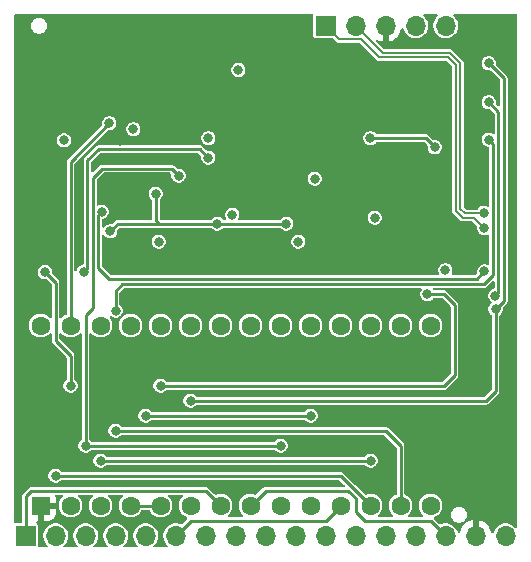
<source format=gbr>
%TF.GenerationSoftware,KiCad,Pcbnew,9.0.0*%
%TF.CreationDate,2025-03-27T21:27:03+00:00*%
%TF.ProjectId,MiniEconetModule,4d696e69-4563-46f6-9e65-744d6f64756c,02b*%
%TF.SameCoordinates,Original*%
%TF.FileFunction,Copper,L4,Bot*%
%TF.FilePolarity,Positive*%
%FSLAX46Y46*%
G04 Gerber Fmt 4.6, Leading zero omitted, Abs format (unit mm)*
G04 Created by KiCad (PCBNEW 9.0.0) date 2025-03-27 21:27:03*
%MOMM*%
%LPD*%
G01*
G04 APERTURE LIST*
G04 Aperture macros list*
%AMRoundRect*
0 Rectangle with rounded corners*
0 $1 Rounding radius*
0 $2 $3 $4 $5 $6 $7 $8 $9 X,Y pos of 4 corners*
0 Add a 4 corners polygon primitive as box body*
4,1,4,$2,$3,$4,$5,$6,$7,$8,$9,$2,$3,0*
0 Add four circle primitives for the rounded corners*
1,1,$1+$1,$2,$3*
1,1,$1+$1,$4,$5*
1,1,$1+$1,$6,$7*
1,1,$1+$1,$8,$9*
0 Add four rect primitives between the rounded corners*
20,1,$1+$1,$2,$3,$4,$5,0*
20,1,$1+$1,$4,$5,$6,$7,0*
20,1,$1+$1,$6,$7,$8,$9,0*
20,1,$1+$1,$8,$9,$2,$3,0*%
G04 Aperture macros list end*
%TA.AperFunction,ComponentPad*%
%ADD10RoundRect,0.250000X0.550000X-0.550000X0.550000X0.550000X-0.550000X0.550000X-0.550000X-0.550000X0*%
%TD*%
%TA.AperFunction,ComponentPad*%
%ADD11C,1.600000*%
%TD*%
%TA.AperFunction,ComponentPad*%
%ADD12R,1.700000X1.700000*%
%TD*%
%TA.AperFunction,ComponentPad*%
%ADD13O,1.700000X1.700000*%
%TD*%
%TA.AperFunction,ViaPad*%
%ADD14C,0.800000*%
%TD*%
%TA.AperFunction,Conductor*%
%ADD15C,0.200000*%
%TD*%
%TA.AperFunction,Conductor*%
%ADD16C,0.250000*%
%TD*%
G04 APERTURE END LIST*
D10*
X110075000Y-100805000D03*
D11*
X112615000Y-100805000D03*
X115155000Y-100805000D03*
X117695000Y-100805000D03*
X120235000Y-100805000D03*
X122775000Y-100805000D03*
X125315000Y-100805000D03*
X127855000Y-100805000D03*
X130395000Y-100805000D03*
X132935000Y-100805000D03*
X135475000Y-100805000D03*
X138015000Y-100805000D03*
X140555000Y-100805000D03*
X143095000Y-100805000D03*
X143095000Y-85565000D03*
X140555000Y-85565000D03*
X138015000Y-85565000D03*
X135475000Y-85565000D03*
X132935000Y-85565000D03*
X130395000Y-85565000D03*
X127855000Y-85565000D03*
X125315000Y-85565000D03*
X122775000Y-85565000D03*
X120235000Y-85565000D03*
X117695000Y-85565000D03*
X115155000Y-85565000D03*
X112615000Y-85565000D03*
X110075000Y-85565000D03*
D12*
X108805000Y-103345000D03*
D13*
X111345000Y-103345000D03*
X113885000Y-103345000D03*
X116425000Y-103345000D03*
X118965000Y-103345000D03*
X121505000Y-103345000D03*
X124045000Y-103345000D03*
X126585000Y-103345000D03*
X129125000Y-103345000D03*
X131665000Y-103345000D03*
X134205000Y-103345000D03*
X136745000Y-103345000D03*
X139285000Y-103345000D03*
X141825000Y-103345000D03*
X144365000Y-103345000D03*
X146905000Y-103345000D03*
X149445000Y-103345000D03*
D12*
X134205000Y-60165000D03*
D13*
X136745000Y-60165000D03*
X139285000Y-60165000D03*
X141825000Y-60165000D03*
X144365000Y-60165000D03*
D14*
X137989000Y-68039000D03*
X136211000Y-80866000D03*
X132782000Y-80866000D03*
X128210000Y-80866000D03*
X124400000Y-80866000D03*
X120463000Y-72992000D03*
X120971000Y-80866000D03*
X116771000Y-69891989D03*
X134687000Y-62451000D03*
X121479000Y-66642000D03*
X113303000Y-68293000D03*
X142079000Y-76421000D03*
X128035000Y-62705000D03*
X109313000Y-73246000D03*
X129734000Y-65880000D03*
X140021000Y-80866000D03*
X117842318Y-80866000D03*
X138015000Y-98646000D03*
X147640675Y-73053711D03*
X111091000Y-76294000D03*
X147576000Y-76012130D03*
X147638000Y-77310000D03*
X126305000Y-76167000D03*
X120082000Y-78453000D03*
X131893000Y-78453000D03*
X112057000Y-69870001D03*
X138370000Y-76421000D03*
X126813000Y-63924200D03*
X144339000Y-80866000D03*
X133290000Y-73119000D03*
X124273000Y-69690000D03*
X117923000Y-68928000D03*
X119828000Y-74389000D03*
X130877000Y-76929000D03*
X125035000Y-76929000D03*
X115980500Y-77564000D03*
X143450000Y-70452000D03*
X137989000Y-69690000D03*
X112615000Y-90645000D03*
X110454063Y-81020992D03*
X138015000Y-96995000D03*
X148022000Y-66642000D03*
X115155000Y-96995000D03*
X148567000Y-83025000D03*
X142815000Y-82898000D03*
X120235000Y-90645000D03*
X122775000Y-91915000D03*
X148595000Y-84168000D03*
X148022000Y-63340000D03*
X124273000Y-71341000D03*
X113732000Y-80993000D03*
X115256000Y-75913000D03*
X147649347Y-80975347D03*
X121759000Y-72865000D03*
X113885000Y-95725000D03*
X130395000Y-95725000D03*
X132935000Y-93185000D03*
X118965000Y-93185000D03*
X111345000Y-98265000D03*
X116425000Y-94455000D03*
X116425000Y-84295000D03*
X115891000Y-68420000D03*
X148022000Y-69817000D03*
D15*
X139031000Y-62451000D02*
X144720000Y-62451000D01*
X145609000Y-63340000D02*
X145609000Y-75659000D01*
X145609000Y-75659000D02*
X145990000Y-76040000D01*
X136745000Y-60165000D02*
X139031000Y-62451000D01*
X147548130Y-76040000D02*
X147576000Y-76012130D01*
X145990000Y-76040000D02*
X147548130Y-76040000D01*
X144720000Y-62451000D02*
X145609000Y-63340000D01*
X145209000Y-63505686D02*
X145209000Y-75824686D01*
X145209000Y-75824686D02*
X145824314Y-76440000D01*
X134205000Y-60165000D02*
X135355000Y-61315000D01*
X147638000Y-77307000D02*
X147638000Y-77310000D01*
X138757346Y-62851000D02*
X144554314Y-62851000D01*
X135355000Y-61315000D02*
X137221346Y-61315000D01*
X137221346Y-61315000D02*
X138757346Y-62851000D01*
X144554314Y-62851000D02*
X145209000Y-63505686D01*
X146771000Y-76440000D02*
X147638000Y-77307000D01*
X145824314Y-76440000D02*
X146771000Y-76440000D01*
D16*
X115980500Y-77564000D02*
X116615500Y-76929000D01*
X116615500Y-76929000D02*
X120082000Y-76929000D01*
X119828000Y-76675000D02*
X120082000Y-76929000D01*
X119828000Y-74389000D02*
X119828000Y-76675000D01*
X130877000Y-76929000D02*
X125162000Y-76929000D01*
X120082000Y-76929000D02*
X125162000Y-76929000D01*
X143450000Y-70452000D02*
X142688000Y-69690000D01*
X137989000Y-69690000D02*
X142688000Y-69690000D01*
X112615000Y-88105000D02*
X112615000Y-90645000D01*
X111345000Y-86835000D02*
X112615000Y-88105000D01*
X110454063Y-81020992D02*
X111345000Y-81911929D01*
X111345000Y-81911929D02*
X111345000Y-86835000D01*
X148842000Y-82750000D02*
X148842000Y-67462000D01*
X115155000Y-96995000D02*
X138015000Y-96995000D01*
X148567000Y-83025000D02*
X148842000Y-82750000D01*
X148842000Y-67462000D02*
X148022000Y-66642000D01*
X145127000Y-83807500D02*
X145127000Y-89756000D01*
X144238000Y-90645000D02*
X145127000Y-89756000D01*
X120235000Y-90645000D02*
X144238000Y-90645000D01*
X142815000Y-82898000D02*
X144217500Y-82898000D01*
X144217500Y-82898000D02*
X145127000Y-83807500D01*
X117695000Y-100805000D02*
X120235000Y-100805000D01*
X149292000Y-83471000D02*
X148595000Y-84168000D01*
X148595000Y-91088000D02*
X147768000Y-91915000D01*
X122775000Y-91915000D02*
X147768000Y-91915000D01*
X148595000Y-84168000D02*
X148595000Y-91088000D01*
X149292000Y-83471000D02*
X149292000Y-64610000D01*
X149292000Y-64610000D02*
X148022000Y-63340000D01*
X114044000Y-80681000D02*
X113732000Y-80993000D01*
X123548489Y-70616489D02*
X114990511Y-70616489D01*
X124273000Y-71341000D02*
X123548489Y-70616489D01*
X114990511Y-70616489D02*
X114044000Y-71563000D01*
X108805000Y-100015380D02*
X109285380Y-99535000D01*
X124045000Y-99535000D02*
X125315000Y-100805000D01*
X109285380Y-99535000D02*
X124045000Y-99535000D01*
X108805000Y-103345000D02*
X108805000Y-100015380D01*
X114044000Y-71563000D02*
X114044000Y-80681000D01*
X136745000Y-100171396D02*
X136108604Y-99535000D01*
X129125000Y-99535000D02*
X127855000Y-100805000D01*
X136745000Y-101313000D02*
X136745000Y-100171396D01*
X136108604Y-99535000D02*
X129125000Y-99535000D01*
X137507000Y-102075000D02*
X136745000Y-101313000D01*
X144365000Y-103345000D02*
X143095000Y-102075000D01*
X143095000Y-102075000D02*
X137507000Y-102075000D01*
X115854000Y-81591000D02*
X147033694Y-81591000D01*
X114970000Y-80707000D02*
X115854000Y-81591000D01*
X115256000Y-75913000D02*
X114970000Y-76199000D01*
X114970000Y-76199000D02*
X114970000Y-80707000D01*
X147033694Y-81591000D02*
X147649347Y-80975347D01*
X114494000Y-84041000D02*
X113885000Y-84650000D01*
X113885000Y-95725000D02*
X130395000Y-95725000D01*
X114494000Y-73029000D02*
X114494000Y-84041000D01*
X121759000Y-72865000D02*
X121161000Y-72267000D01*
X113885000Y-84650000D02*
X113885000Y-95725000D01*
X121161000Y-72267000D02*
X115256000Y-72267000D01*
X115256000Y-72267000D02*
X114494000Y-73029000D01*
X118965000Y-93185000D02*
X132935000Y-93185000D01*
X122775000Y-102075000D02*
X134205000Y-102075000D01*
X121505000Y-103345000D02*
X122775000Y-102075000D01*
X134205000Y-102075000D02*
X135475000Y-100805000D01*
X111345000Y-98265000D02*
X135475000Y-98265000D01*
X138015000Y-100805000D02*
X135475000Y-98265000D01*
X116425000Y-94455000D02*
X139285000Y-94455000D01*
X139285000Y-94455000D02*
X140555000Y-95725000D01*
X140555000Y-95725000D02*
X140555000Y-100805000D01*
X148392000Y-81258000D02*
X148392000Y-70187000D01*
X116425000Y-84295000D02*
X116425000Y-82606000D01*
X116425000Y-82606000D02*
X116990000Y-82041000D01*
X116990000Y-82041000D02*
X147609000Y-82041000D01*
X148392000Y-70187000D02*
X148022000Y-69817000D01*
X112615000Y-71696000D02*
X112615000Y-85565000D01*
X147609000Y-82041000D02*
X148392000Y-81258000D01*
X115891000Y-68420000D02*
X112615000Y-71696000D01*
%TA.AperFunction,Conductor*%
G36*
X111963762Y-99879407D02*
G01*
X111999726Y-99928907D01*
X111999726Y-99990093D01*
X111975575Y-100029504D01*
X111837864Y-100167214D01*
X111837861Y-100167218D01*
X111728367Y-100331086D01*
X111652949Y-100513163D01*
X111652949Y-100513165D01*
X111614500Y-100706456D01*
X111614500Y-100903543D01*
X111652949Y-101096834D01*
X111652949Y-101096836D01*
X111728367Y-101278913D01*
X111737126Y-101292022D01*
X111837861Y-101442782D01*
X111977218Y-101582139D01*
X112141086Y-101691632D01*
X112323165Y-101767051D01*
X112516459Y-101805500D01*
X112516460Y-101805500D01*
X112713540Y-101805500D01*
X112713541Y-101805500D01*
X112906835Y-101767051D01*
X113088914Y-101691632D01*
X113252782Y-101582139D01*
X113392139Y-101442782D01*
X113501632Y-101278914D01*
X113577051Y-101096835D01*
X113615500Y-100903541D01*
X113615500Y-100706459D01*
X113577051Y-100513165D01*
X113501632Y-100331086D01*
X113392139Y-100167218D01*
X113254425Y-100029504D01*
X113226648Y-99974987D01*
X113236219Y-99914555D01*
X113279484Y-99871290D01*
X113324429Y-99860500D01*
X114445571Y-99860500D01*
X114503762Y-99879407D01*
X114539726Y-99928907D01*
X114539726Y-99990093D01*
X114515575Y-100029504D01*
X114377864Y-100167214D01*
X114377861Y-100167218D01*
X114268367Y-100331086D01*
X114192949Y-100513163D01*
X114192949Y-100513165D01*
X114154500Y-100706456D01*
X114154500Y-100903543D01*
X114192949Y-101096834D01*
X114192949Y-101096836D01*
X114268367Y-101278913D01*
X114277126Y-101292022D01*
X114377861Y-101442782D01*
X114517218Y-101582139D01*
X114681086Y-101691632D01*
X114863165Y-101767051D01*
X115056459Y-101805500D01*
X115056460Y-101805500D01*
X115253540Y-101805500D01*
X115253541Y-101805500D01*
X115446835Y-101767051D01*
X115628914Y-101691632D01*
X115792782Y-101582139D01*
X115932139Y-101442782D01*
X116041632Y-101278914D01*
X116117051Y-101096835D01*
X116155500Y-100903541D01*
X116155500Y-100706459D01*
X116117051Y-100513165D01*
X116041632Y-100331086D01*
X115932139Y-100167218D01*
X115794425Y-100029504D01*
X115766648Y-99974987D01*
X115776219Y-99914555D01*
X115819484Y-99871290D01*
X115864429Y-99860500D01*
X116985571Y-99860500D01*
X117043762Y-99879407D01*
X117079726Y-99928907D01*
X117079726Y-99990093D01*
X117055575Y-100029504D01*
X116917864Y-100167214D01*
X116917861Y-100167218D01*
X116808367Y-100331086D01*
X116732949Y-100513163D01*
X116732949Y-100513165D01*
X116694500Y-100706456D01*
X116694500Y-100903543D01*
X116732949Y-101096834D01*
X116732949Y-101096836D01*
X116808367Y-101278913D01*
X116817126Y-101292022D01*
X116917861Y-101442782D01*
X117057218Y-101582139D01*
X117221086Y-101691632D01*
X117403165Y-101767051D01*
X117596459Y-101805500D01*
X117596460Y-101805500D01*
X117793540Y-101805500D01*
X117793541Y-101805500D01*
X117986835Y-101767051D01*
X118168914Y-101691632D01*
X118332782Y-101582139D01*
X118472139Y-101442782D01*
X118572874Y-101292022D01*
X118581628Y-101278921D01*
X118581629Y-101278917D01*
X118581632Y-101278914D01*
X118617793Y-101191614D01*
X118657530Y-101145089D01*
X118709257Y-101130500D01*
X119220743Y-101130500D01*
X119278934Y-101149407D01*
X119312207Y-101191614D01*
X119348367Y-101278912D01*
X119348371Y-101278921D01*
X119415778Y-101379801D01*
X119457861Y-101442782D01*
X119597218Y-101582139D01*
X119761086Y-101691632D01*
X119943165Y-101767051D01*
X120136459Y-101805500D01*
X120136460Y-101805500D01*
X120333540Y-101805500D01*
X120333541Y-101805500D01*
X120526835Y-101767051D01*
X120708914Y-101691632D01*
X120872782Y-101582139D01*
X121012139Y-101442782D01*
X121121632Y-101278914D01*
X121197051Y-101096835D01*
X121235500Y-100903541D01*
X121235500Y-100706459D01*
X121197051Y-100513165D01*
X121121632Y-100331086D01*
X121012139Y-100167218D01*
X120874425Y-100029504D01*
X120846648Y-99974987D01*
X120856219Y-99914555D01*
X120899484Y-99871290D01*
X120944429Y-99860500D01*
X122065571Y-99860500D01*
X122123762Y-99879407D01*
X122159726Y-99928907D01*
X122159726Y-99990093D01*
X122135575Y-100029504D01*
X121997864Y-100167214D01*
X121997861Y-100167218D01*
X121888367Y-100331086D01*
X121812949Y-100513163D01*
X121812949Y-100513165D01*
X121774500Y-100706456D01*
X121774500Y-100903543D01*
X121812949Y-101096834D01*
X121812949Y-101096836D01*
X121888367Y-101278913D01*
X121897126Y-101292022D01*
X121997861Y-101442782D01*
X122137218Y-101582139D01*
X122301086Y-101691632D01*
X122444890Y-101751197D01*
X122491415Y-101790932D01*
X122505699Y-101850427D01*
X122482285Y-101906955D01*
X122477007Y-101912664D01*
X122030290Y-102359380D01*
X121975774Y-102387157D01*
X121922402Y-102380840D01*
X121811420Y-102334870D01*
X121608467Y-102294500D01*
X121608465Y-102294500D01*
X121401535Y-102294500D01*
X121401532Y-102294500D01*
X121198581Y-102334869D01*
X121007402Y-102414058D01*
X120835348Y-102529020D01*
X120689020Y-102675348D01*
X120574058Y-102847402D01*
X120494869Y-103038581D01*
X120454500Y-103241532D01*
X120454500Y-103448467D01*
X120494869Y-103651418D01*
X120574058Y-103842597D01*
X120689020Y-104014651D01*
X120689023Y-104014655D01*
X120819866Y-104145498D01*
X120847642Y-104200013D01*
X120838071Y-104260445D01*
X120794806Y-104303710D01*
X120749861Y-104314500D01*
X119720139Y-104314500D01*
X119661948Y-104295593D01*
X119625984Y-104246093D01*
X119625984Y-104184907D01*
X119650133Y-104145498D01*
X119780977Y-104014655D01*
X119895941Y-103842598D01*
X119975130Y-103651420D01*
X120015500Y-103448465D01*
X120015500Y-103241535D01*
X119975130Y-103038580D01*
X119895941Y-102847402D01*
X119780977Y-102675345D01*
X119634655Y-102529023D01*
X119634651Y-102529020D01*
X119462597Y-102414058D01*
X119271418Y-102334869D01*
X119068467Y-102294500D01*
X119068465Y-102294500D01*
X118861535Y-102294500D01*
X118861532Y-102294500D01*
X118658581Y-102334869D01*
X118467402Y-102414058D01*
X118295348Y-102529020D01*
X118149020Y-102675348D01*
X118034058Y-102847402D01*
X117954869Y-103038581D01*
X117914500Y-103241532D01*
X117914500Y-103448467D01*
X117954869Y-103651418D01*
X118034058Y-103842597D01*
X118149020Y-104014651D01*
X118149023Y-104014655D01*
X118279866Y-104145498D01*
X118307642Y-104200013D01*
X118298071Y-104260445D01*
X118254806Y-104303710D01*
X118209861Y-104314500D01*
X117180139Y-104314500D01*
X117121948Y-104295593D01*
X117085984Y-104246093D01*
X117085984Y-104184907D01*
X117110133Y-104145498D01*
X117240977Y-104014655D01*
X117355941Y-103842598D01*
X117435130Y-103651420D01*
X117475500Y-103448465D01*
X117475500Y-103241535D01*
X117435130Y-103038580D01*
X117355941Y-102847402D01*
X117240977Y-102675345D01*
X117094655Y-102529023D01*
X117094651Y-102529020D01*
X116922597Y-102414058D01*
X116731418Y-102334869D01*
X116528467Y-102294500D01*
X116528465Y-102294500D01*
X116321535Y-102294500D01*
X116321532Y-102294500D01*
X116118581Y-102334869D01*
X115927402Y-102414058D01*
X115755348Y-102529020D01*
X115609020Y-102675348D01*
X115494058Y-102847402D01*
X115414869Y-103038581D01*
X115374500Y-103241532D01*
X115374500Y-103448467D01*
X115414869Y-103651418D01*
X115494058Y-103842597D01*
X115609020Y-104014651D01*
X115609023Y-104014655D01*
X115739866Y-104145498D01*
X115767642Y-104200013D01*
X115758071Y-104260445D01*
X115714806Y-104303710D01*
X115669861Y-104314500D01*
X114640139Y-104314500D01*
X114581948Y-104295593D01*
X114545984Y-104246093D01*
X114545984Y-104184907D01*
X114570133Y-104145498D01*
X114700977Y-104014655D01*
X114815941Y-103842598D01*
X114895130Y-103651420D01*
X114935500Y-103448465D01*
X114935500Y-103241535D01*
X114895130Y-103038580D01*
X114815941Y-102847402D01*
X114700977Y-102675345D01*
X114554655Y-102529023D01*
X114554651Y-102529020D01*
X114382597Y-102414058D01*
X114191418Y-102334869D01*
X113988467Y-102294500D01*
X113988465Y-102294500D01*
X113781535Y-102294500D01*
X113781532Y-102294500D01*
X113578581Y-102334869D01*
X113387402Y-102414058D01*
X113215348Y-102529020D01*
X113069020Y-102675348D01*
X112954058Y-102847402D01*
X112874869Y-103038581D01*
X112834500Y-103241532D01*
X112834500Y-103448467D01*
X112874869Y-103651418D01*
X112954058Y-103842597D01*
X113069020Y-104014651D01*
X113069023Y-104014655D01*
X113199866Y-104145498D01*
X113227642Y-104200013D01*
X113218071Y-104260445D01*
X113174806Y-104303710D01*
X113129861Y-104314500D01*
X112100139Y-104314500D01*
X112041948Y-104295593D01*
X112005984Y-104246093D01*
X112005984Y-104184907D01*
X112030133Y-104145498D01*
X112160977Y-104014655D01*
X112275941Y-103842598D01*
X112355130Y-103651420D01*
X112395500Y-103448465D01*
X112395500Y-103241535D01*
X112355130Y-103038580D01*
X112275941Y-102847402D01*
X112160977Y-102675345D01*
X112014655Y-102529023D01*
X112014651Y-102529020D01*
X111842597Y-102414058D01*
X111651418Y-102334869D01*
X111448467Y-102294500D01*
X111448465Y-102294500D01*
X111241535Y-102294500D01*
X111241532Y-102294500D01*
X111038581Y-102334869D01*
X110847402Y-102414058D01*
X110675348Y-102529020D01*
X110529020Y-102675348D01*
X110414058Y-102847402D01*
X110334869Y-103038581D01*
X110294500Y-103241532D01*
X110294500Y-103448467D01*
X110334869Y-103651418D01*
X110414058Y-103842597D01*
X110529020Y-104014651D01*
X110529023Y-104014655D01*
X110659866Y-104145498D01*
X110687642Y-104200013D01*
X110678071Y-104260445D01*
X110634806Y-104303710D01*
X110589861Y-104314500D01*
X109954500Y-104314500D01*
X109896309Y-104295593D01*
X109860345Y-104246093D01*
X109855500Y-104215500D01*
X109855500Y-102475253D01*
X109855498Y-102475241D01*
X109851383Y-102454555D01*
X109843867Y-102416769D01*
X109799552Y-102350448D01*
X109776779Y-102335231D01*
X109733233Y-102306134D01*
X109726788Y-102303465D01*
X109680261Y-102263729D01*
X109665977Y-102204234D01*
X109689391Y-102147706D01*
X109741560Y-102115736D01*
X109764672Y-102113000D01*
X109820999Y-102113000D01*
X109821000Y-102112999D01*
X109821000Y-101116686D01*
X109829394Y-101125080D01*
X109920606Y-101177741D01*
X110022339Y-101205000D01*
X110127661Y-101205000D01*
X110229394Y-101177741D01*
X110320606Y-101125080D01*
X110329000Y-101116686D01*
X110329000Y-102112999D01*
X110329001Y-102113000D01*
X110675516Y-102113000D01*
X110779321Y-102102394D01*
X110947525Y-102046657D01*
X111098337Y-101953635D01*
X111223635Y-101828337D01*
X111316657Y-101677525D01*
X111372394Y-101509321D01*
X111383000Y-101405515D01*
X111383000Y-101059001D01*
X111382999Y-101059000D01*
X110386686Y-101059000D01*
X110395080Y-101050606D01*
X110447741Y-100959394D01*
X110475000Y-100857661D01*
X110475000Y-100752339D01*
X110447741Y-100650606D01*
X110395080Y-100559394D01*
X110386686Y-100551000D01*
X111382999Y-100551000D01*
X111383000Y-100550999D01*
X111383000Y-100204484D01*
X111372394Y-100100678D01*
X111335932Y-99990640D01*
X111335576Y-99929455D01*
X111371251Y-99879747D01*
X111429331Y-99860502D01*
X111429907Y-99860500D01*
X111905571Y-99860500D01*
X111963762Y-99879407D01*
G37*
%TD.AperFunction*%
%TA.AperFunction,Conductor*%
G36*
X133113691Y-59214407D02*
G01*
X133149655Y-59263907D01*
X133154500Y-59294500D01*
X133154500Y-61034746D01*
X133154501Y-61034758D01*
X133166132Y-61093227D01*
X133166134Y-61093233D01*
X133210445Y-61159548D01*
X133210448Y-61159552D01*
X133276769Y-61203867D01*
X133321231Y-61212711D01*
X133335241Y-61215498D01*
X133335246Y-61215498D01*
X133335252Y-61215500D01*
X134789521Y-61215500D01*
X134847712Y-61234407D01*
X134859524Y-61244496D01*
X135170488Y-61555459D01*
X135170493Y-61555463D01*
X135239008Y-61595020D01*
X135239006Y-61595020D01*
X135239010Y-61595021D01*
X135239012Y-61595022D01*
X135315438Y-61615500D01*
X137055867Y-61615500D01*
X137114058Y-61634407D01*
X137125871Y-61644496D01*
X138516886Y-63035511D01*
X138516885Y-63035511D01*
X138572835Y-63091460D01*
X138641353Y-63131019D01*
X138641357Y-63131021D01*
X138717781Y-63151499D01*
X138717783Y-63151500D01*
X138717784Y-63151500D01*
X138796908Y-63151500D01*
X144388835Y-63151500D01*
X144447026Y-63170407D01*
X144458839Y-63180496D01*
X144879504Y-63601161D01*
X144907281Y-63655678D01*
X144908500Y-63671165D01*
X144908500Y-75864250D01*
X144928977Y-75940671D01*
X144928979Y-75940675D01*
X144963480Y-76000434D01*
X144968538Y-76009194D01*
X144968540Y-76009197D01*
X145583854Y-76624511D01*
X145583853Y-76624511D01*
X145639803Y-76680460D01*
X145708321Y-76720019D01*
X145708325Y-76720021D01*
X145784749Y-76740499D01*
X145784751Y-76740500D01*
X145784752Y-76740500D01*
X146605521Y-76740500D01*
X146663712Y-76759407D01*
X146675525Y-76769496D01*
X147018104Y-77112075D01*
X147045881Y-77166592D01*
X147043728Y-77207698D01*
X147037500Y-77230943D01*
X147037500Y-77389057D01*
X147078423Y-77541784D01*
X147157480Y-77678716D01*
X147269284Y-77790520D01*
X147406216Y-77869577D01*
X147558943Y-77910500D01*
X147558945Y-77910500D01*
X147717055Y-77910500D01*
X147717057Y-77910500D01*
X147869784Y-77869577D01*
X147918002Y-77841738D01*
X147977847Y-77829017D01*
X148033743Y-77853903D01*
X148064336Y-77906891D01*
X148066500Y-77927475D01*
X148066500Y-80351319D01*
X148047593Y-80409510D01*
X147998093Y-80445474D01*
X147936907Y-80445474D01*
X147918002Y-80437056D01*
X147881135Y-80415772D01*
X147881133Y-80415771D01*
X147881131Y-80415770D01*
X147728404Y-80374847D01*
X147570290Y-80374847D01*
X147417563Y-80415770D01*
X147280631Y-80494827D01*
X147168827Y-80606631D01*
X147089770Y-80743563D01*
X147077540Y-80789208D01*
X147048847Y-80896291D01*
X147048847Y-81054407D01*
X147049584Y-81060007D01*
X147046957Y-81074178D01*
X147049212Y-81088413D01*
X147041520Y-81103507D01*
X147038433Y-81120168D01*
X147021435Y-81142930D01*
X146927863Y-81236503D01*
X146873347Y-81264281D01*
X146857859Y-81265500D01*
X144973219Y-81265500D01*
X144915028Y-81246593D01*
X144879064Y-81197093D01*
X144879064Y-81135907D01*
X144887479Y-81117005D01*
X144898577Y-81097784D01*
X144939500Y-80945057D01*
X144939500Y-80786943D01*
X144898577Y-80634216D01*
X144819520Y-80497284D01*
X144707716Y-80385480D01*
X144570784Y-80306423D01*
X144418057Y-80265500D01*
X144259943Y-80265500D01*
X144107216Y-80306423D01*
X143970284Y-80385480D01*
X143858480Y-80497284D01*
X143779423Y-80634216D01*
X143738500Y-80786943D01*
X143738500Y-80945057D01*
X143779423Y-81097784D01*
X143790518Y-81117002D01*
X143803239Y-81176849D01*
X143778352Y-81232744D01*
X143725364Y-81263337D01*
X143704781Y-81265500D01*
X116029834Y-81265500D01*
X115971643Y-81246593D01*
X115959830Y-81236504D01*
X115324496Y-80601169D01*
X115296719Y-80546652D01*
X115295500Y-80531165D01*
X115295500Y-78373943D01*
X119481500Y-78373943D01*
X119481500Y-78532057D01*
X119522423Y-78684784D01*
X119601480Y-78821716D01*
X119713284Y-78933520D01*
X119850216Y-79012577D01*
X120002943Y-79053500D01*
X120002945Y-79053500D01*
X120161055Y-79053500D01*
X120161057Y-79053500D01*
X120313784Y-79012577D01*
X120450716Y-78933520D01*
X120562520Y-78821716D01*
X120641577Y-78684784D01*
X120682500Y-78532057D01*
X120682500Y-78373943D01*
X131292500Y-78373943D01*
X131292500Y-78532057D01*
X131333423Y-78684784D01*
X131412480Y-78821716D01*
X131524284Y-78933520D01*
X131661216Y-79012577D01*
X131813943Y-79053500D01*
X131813945Y-79053500D01*
X131972055Y-79053500D01*
X131972057Y-79053500D01*
X132124784Y-79012577D01*
X132261716Y-78933520D01*
X132373520Y-78821716D01*
X132452577Y-78684784D01*
X132493500Y-78532057D01*
X132493500Y-78373943D01*
X132452577Y-78221216D01*
X132373520Y-78084284D01*
X132261716Y-77972480D01*
X132124784Y-77893423D01*
X131972057Y-77852500D01*
X131813943Y-77852500D01*
X131661216Y-77893423D01*
X131524284Y-77972480D01*
X131412480Y-78084284D01*
X131333423Y-78221216D01*
X131292500Y-78373943D01*
X120682500Y-78373943D01*
X120641577Y-78221216D01*
X120562520Y-78084284D01*
X120450716Y-77972480D01*
X120313784Y-77893423D01*
X120161057Y-77852500D01*
X120002943Y-77852500D01*
X119850216Y-77893423D01*
X119713284Y-77972480D01*
X119601480Y-78084284D01*
X119522423Y-78221216D01*
X119481500Y-78373943D01*
X115295500Y-78373943D01*
X115295500Y-77948018D01*
X115314407Y-77889827D01*
X115363907Y-77853863D01*
X115425093Y-77853863D01*
X115474593Y-77889827D01*
X115480232Y-77898512D01*
X115499980Y-77932716D01*
X115611784Y-78044520D01*
X115748716Y-78123577D01*
X115901443Y-78164500D01*
X115901445Y-78164500D01*
X116059555Y-78164500D01*
X116059557Y-78164500D01*
X116212284Y-78123577D01*
X116349216Y-78044520D01*
X116461020Y-77932716D01*
X116540077Y-77795784D01*
X116581000Y-77643057D01*
X116581000Y-77484943D01*
X116580999Y-77484942D01*
X116580262Y-77479339D01*
X116582888Y-77465164D01*
X116580634Y-77450928D01*
X116588323Y-77435836D01*
X116591411Y-77419178D01*
X116608408Y-77396416D01*
X116721330Y-77283496D01*
X116775847Y-77255719D01*
X116791333Y-77254500D01*
X120039147Y-77254500D01*
X124472498Y-77254500D01*
X124530689Y-77273407D01*
X124551040Y-77293233D01*
X124554476Y-77297711D01*
X124554478Y-77297713D01*
X124554480Y-77297716D01*
X124666284Y-77409520D01*
X124803216Y-77488577D01*
X124955943Y-77529500D01*
X124955945Y-77529500D01*
X125114055Y-77529500D01*
X125114057Y-77529500D01*
X125266784Y-77488577D01*
X125403716Y-77409520D01*
X125515520Y-77297716D01*
X125515523Y-77297711D01*
X125518960Y-77293233D01*
X125569384Y-77258577D01*
X125597502Y-77254500D01*
X130314498Y-77254500D01*
X130372689Y-77273407D01*
X130393040Y-77293233D01*
X130396476Y-77297711D01*
X130396478Y-77297713D01*
X130396480Y-77297716D01*
X130508284Y-77409520D01*
X130645216Y-77488577D01*
X130797943Y-77529500D01*
X130797945Y-77529500D01*
X130956055Y-77529500D01*
X130956057Y-77529500D01*
X131108784Y-77488577D01*
X131245716Y-77409520D01*
X131357520Y-77297716D01*
X131436577Y-77160784D01*
X131477500Y-77008057D01*
X131477500Y-76849943D01*
X131436577Y-76697216D01*
X131357520Y-76560284D01*
X131245716Y-76448480D01*
X131108784Y-76369423D01*
X131006227Y-76341943D01*
X137769500Y-76341943D01*
X137769500Y-76500057D01*
X137810423Y-76652784D01*
X137889480Y-76789716D01*
X138001284Y-76901520D01*
X138138216Y-76980577D01*
X138290943Y-77021500D01*
X138290945Y-77021500D01*
X138449055Y-77021500D01*
X138449057Y-77021500D01*
X138601784Y-76980577D01*
X138738716Y-76901520D01*
X138850520Y-76789716D01*
X138929577Y-76652784D01*
X138970500Y-76500057D01*
X138970500Y-76341943D01*
X138929577Y-76189216D01*
X138850520Y-76052284D01*
X138738716Y-75940480D01*
X138601784Y-75861423D01*
X138449057Y-75820500D01*
X138290943Y-75820500D01*
X138138216Y-75861423D01*
X138001284Y-75940480D01*
X137889480Y-76052284D01*
X137810423Y-76189216D01*
X137769500Y-76341943D01*
X131006227Y-76341943D01*
X130956057Y-76328500D01*
X130797943Y-76328500D01*
X130667101Y-76363559D01*
X130645216Y-76369423D01*
X130508284Y-76448480D01*
X130396476Y-76560288D01*
X130393040Y-76564767D01*
X130342616Y-76599423D01*
X130314498Y-76603500D01*
X126917857Y-76603500D01*
X126859666Y-76584593D01*
X126823702Y-76535093D01*
X126823702Y-76473907D01*
X126832116Y-76455007D01*
X126864577Y-76398784D01*
X126905500Y-76246057D01*
X126905500Y-76087943D01*
X126864577Y-75935216D01*
X126785520Y-75798284D01*
X126673716Y-75686480D01*
X126536784Y-75607423D01*
X126384057Y-75566500D01*
X126225943Y-75566500D01*
X126073216Y-75607423D01*
X125936284Y-75686480D01*
X125824480Y-75798284D01*
X125745423Y-75935216D01*
X125704500Y-76087943D01*
X125704500Y-76246057D01*
X125745423Y-76398784D01*
X125777880Y-76455002D01*
X125780079Y-76465348D01*
X125786298Y-76473907D01*
X125786298Y-76494603D01*
X125790601Y-76514848D01*
X125786298Y-76524512D01*
X125786298Y-76535093D01*
X125774131Y-76551839D01*
X125765714Y-76570744D01*
X125756553Y-76576033D01*
X125750334Y-76584593D01*
X125730649Y-76590988D01*
X125712726Y-76601337D01*
X125692143Y-76603500D01*
X125597502Y-76603500D01*
X125539311Y-76584593D01*
X125518960Y-76564767D01*
X125515523Y-76560288D01*
X125515521Y-76560286D01*
X125515520Y-76560284D01*
X125403716Y-76448480D01*
X125266784Y-76369423D01*
X125114057Y-76328500D01*
X124955943Y-76328500D01*
X124825101Y-76363559D01*
X124803216Y-76369423D01*
X124666284Y-76448480D01*
X124554476Y-76560288D01*
X124551040Y-76564767D01*
X124500616Y-76599423D01*
X124472498Y-76603500D01*
X120257835Y-76603500D01*
X120250237Y-76601031D01*
X120242348Y-76602281D01*
X120221692Y-76591756D01*
X120199644Y-76584593D01*
X120187831Y-76574504D01*
X120182496Y-76569169D01*
X120154719Y-76514652D01*
X120153500Y-76499165D01*
X120153500Y-74951502D01*
X120172407Y-74893311D01*
X120192233Y-74872960D01*
X120196711Y-74869523D01*
X120196711Y-74869522D01*
X120196716Y-74869520D01*
X120308520Y-74757716D01*
X120387577Y-74620784D01*
X120428500Y-74468057D01*
X120428500Y-74309943D01*
X120387577Y-74157216D01*
X120308520Y-74020284D01*
X120196716Y-73908480D01*
X120059784Y-73829423D01*
X119907057Y-73788500D01*
X119748943Y-73788500D01*
X119596216Y-73829423D01*
X119459284Y-73908480D01*
X119347480Y-74020284D01*
X119268423Y-74157216D01*
X119227500Y-74309943D01*
X119227500Y-74468057D01*
X119268423Y-74620784D01*
X119347480Y-74757716D01*
X119459284Y-74869520D01*
X119459286Y-74869521D01*
X119459288Y-74869523D01*
X119463767Y-74872960D01*
X119498423Y-74923384D01*
X119502500Y-74951502D01*
X119502500Y-76504500D01*
X119483593Y-76562691D01*
X119434093Y-76598655D01*
X119403500Y-76603500D01*
X116658357Y-76603500D01*
X116658353Y-76603499D01*
X116572647Y-76603499D01*
X116494232Y-76624511D01*
X116489862Y-76625682D01*
X116489154Y-76626090D01*
X116489152Y-76626091D01*
X116415638Y-76668534D01*
X116355034Y-76729137D01*
X116355035Y-76729138D01*
X116355033Y-76729140D01*
X116355032Y-76729140D01*
X116148083Y-76936088D01*
X116093567Y-76963865D01*
X116065160Y-76964237D01*
X116059561Y-76963500D01*
X116059557Y-76963500D01*
X115901443Y-76963500D01*
X115748716Y-77004423D01*
X115611784Y-77083480D01*
X115499978Y-77195286D01*
X115480236Y-77229481D01*
X115434767Y-77270422D01*
X115373916Y-77276818D01*
X115320928Y-77246225D01*
X115296042Y-77190329D01*
X115295500Y-77179981D01*
X115295500Y-76600064D01*
X115314407Y-76541873D01*
X115363907Y-76505909D01*
X115368842Y-76504447D01*
X115487784Y-76472577D01*
X115624716Y-76393520D01*
X115736520Y-76281716D01*
X115815577Y-76144784D01*
X115856500Y-75992057D01*
X115856500Y-75833943D01*
X115815577Y-75681216D01*
X115736520Y-75544284D01*
X115624716Y-75432480D01*
X115487784Y-75353423D01*
X115335057Y-75312500D01*
X115176943Y-75312500D01*
X115100579Y-75332961D01*
X115024214Y-75353423D01*
X114967999Y-75385879D01*
X114908150Y-75398600D01*
X114852255Y-75373713D01*
X114821663Y-75320724D01*
X114819500Y-75300142D01*
X114819500Y-73204834D01*
X114838407Y-73146643D01*
X114848496Y-73134830D01*
X115361830Y-72621496D01*
X115416347Y-72593719D01*
X115431834Y-72592500D01*
X120985166Y-72592500D01*
X120992763Y-72594968D01*
X121000653Y-72593719D01*
X121021308Y-72604243D01*
X121043357Y-72611407D01*
X121055164Y-72621491D01*
X121126847Y-72693173D01*
X121131088Y-72697414D01*
X121158865Y-72751931D01*
X121159238Y-72780334D01*
X121158500Y-72785942D01*
X121158500Y-72785943D01*
X121158500Y-72944057D01*
X121199423Y-73096784D01*
X121278480Y-73233716D01*
X121390284Y-73345520D01*
X121527216Y-73424577D01*
X121679943Y-73465500D01*
X121679945Y-73465500D01*
X121838055Y-73465500D01*
X121838057Y-73465500D01*
X121990784Y-73424577D01*
X122127716Y-73345520D01*
X122239520Y-73233716D01*
X122318577Y-73096784D01*
X122333807Y-73039943D01*
X132689500Y-73039943D01*
X132689500Y-73198057D01*
X132730423Y-73350784D01*
X132809480Y-73487716D01*
X132921284Y-73599520D01*
X133058216Y-73678577D01*
X133210943Y-73719500D01*
X133210945Y-73719500D01*
X133369055Y-73719500D01*
X133369057Y-73719500D01*
X133521784Y-73678577D01*
X133658716Y-73599520D01*
X133770520Y-73487716D01*
X133849577Y-73350784D01*
X133890500Y-73198057D01*
X133890500Y-73039943D01*
X133849577Y-72887216D01*
X133770520Y-72750284D01*
X133658716Y-72638480D01*
X133521784Y-72559423D01*
X133369057Y-72518500D01*
X133210943Y-72518500D01*
X133058216Y-72559423D01*
X132921284Y-72638480D01*
X132809480Y-72750284D01*
X132730423Y-72887216D01*
X132689500Y-73039943D01*
X122333807Y-73039943D01*
X122359500Y-72944057D01*
X122359500Y-72785943D01*
X122318577Y-72633216D01*
X122239520Y-72496284D01*
X122127716Y-72384480D01*
X121990784Y-72305423D01*
X121838057Y-72264500D01*
X121679943Y-72264500D01*
X121679941Y-72264500D01*
X121674332Y-72265238D01*
X121614172Y-72254084D01*
X121591413Y-72237087D01*
X121360862Y-72006535D01*
X121360857Y-72006531D01*
X121286642Y-71963683D01*
X121286644Y-71963683D01*
X121254521Y-71955076D01*
X121203853Y-71941500D01*
X121203851Y-71941500D01*
X115304932Y-71941500D01*
X115304916Y-71941499D01*
X115298853Y-71941499D01*
X115213147Y-71941499D01*
X115213144Y-71941499D01*
X115130361Y-71963681D01*
X115106834Y-71977265D01*
X115093250Y-71985108D01*
X115069721Y-71998692D01*
X115056137Y-72006535D01*
X114995534Y-72067137D01*
X114995535Y-72067138D01*
X114538504Y-72524169D01*
X114483987Y-72551946D01*
X114423555Y-72542375D01*
X114380290Y-72499110D01*
X114369500Y-72454165D01*
X114369500Y-71738834D01*
X114388407Y-71680643D01*
X114398496Y-71668830D01*
X115096341Y-70970985D01*
X115150858Y-70943208D01*
X115166345Y-70941989D01*
X123372654Y-70941989D01*
X123430845Y-70960896D01*
X123442658Y-70970985D01*
X123645088Y-71173415D01*
X123672865Y-71227932D01*
X123673238Y-71256338D01*
X123672500Y-71261941D01*
X123672500Y-71261943D01*
X123672500Y-71420057D01*
X123713423Y-71572784D01*
X123792480Y-71709716D01*
X123904284Y-71821520D01*
X124041216Y-71900577D01*
X124193943Y-71941500D01*
X124193945Y-71941500D01*
X124352055Y-71941500D01*
X124352057Y-71941500D01*
X124504784Y-71900577D01*
X124641716Y-71821520D01*
X124753520Y-71709716D01*
X124832577Y-71572784D01*
X124873500Y-71420057D01*
X124873500Y-71261943D01*
X124832577Y-71109216D01*
X124753520Y-70972284D01*
X124641716Y-70860480D01*
X124504784Y-70781423D01*
X124352057Y-70740500D01*
X124193943Y-70740500D01*
X124193941Y-70740500D01*
X124188338Y-70741238D01*
X124128177Y-70730085D01*
X124105416Y-70713088D01*
X123748351Y-70356024D01*
X123748346Y-70356020D01*
X123674131Y-70313172D01*
X123674133Y-70313172D01*
X123642010Y-70304565D01*
X123591342Y-70290989D01*
X123591340Y-70290989D01*
X115039443Y-70290989D01*
X115039427Y-70290988D01*
X115033364Y-70290988D01*
X114947658Y-70290988D01*
X114864872Y-70313171D01*
X114842027Y-70326361D01*
X114842026Y-70326360D01*
X114790647Y-70356024D01*
X114730045Y-70416626D01*
X114730046Y-70416627D01*
X113783531Y-71363142D01*
X113740682Y-71437360D01*
X113740681Y-71437360D01*
X113740682Y-71437361D01*
X113718500Y-71520147D01*
X113718500Y-80298968D01*
X113699593Y-80357159D01*
X113650093Y-80393123D01*
X113645124Y-80394595D01*
X113500215Y-80433423D01*
X113393860Y-80494827D01*
X113363284Y-80512480D01*
X113251480Y-80624284D01*
X113172423Y-80761216D01*
X113141993Y-80874785D01*
X113135127Y-80900408D01*
X113101803Y-80951722D01*
X113044681Y-80973649D01*
X112985581Y-80957813D01*
X112947076Y-80910263D01*
X112940500Y-80874785D01*
X112940500Y-71871833D01*
X112959407Y-71813642D01*
X112969490Y-71801835D01*
X115160381Y-69610943D01*
X123672500Y-69610943D01*
X123672500Y-69769057D01*
X123713423Y-69921784D01*
X123792480Y-70058716D01*
X123904284Y-70170520D01*
X124041216Y-70249577D01*
X124193943Y-70290500D01*
X124193945Y-70290500D01*
X124352055Y-70290500D01*
X124352057Y-70290500D01*
X124504784Y-70249577D01*
X124641716Y-70170520D01*
X124753520Y-70058716D01*
X124832577Y-69921784D01*
X124873500Y-69769057D01*
X124873500Y-69610943D01*
X137388500Y-69610943D01*
X137388500Y-69769057D01*
X137429423Y-69921784D01*
X137508480Y-70058716D01*
X137620284Y-70170520D01*
X137757216Y-70249577D01*
X137909943Y-70290500D01*
X137909945Y-70290500D01*
X138068055Y-70290500D01*
X138068057Y-70290500D01*
X138220784Y-70249577D01*
X138357716Y-70170520D01*
X138469520Y-70058716D01*
X138469523Y-70058711D01*
X138472960Y-70054233D01*
X138523384Y-70019577D01*
X138551502Y-70015500D01*
X142512166Y-70015500D01*
X142570357Y-70034407D01*
X142582169Y-70044496D01*
X142822087Y-70284413D01*
X142849865Y-70338930D01*
X142850238Y-70367332D01*
X142849500Y-70372940D01*
X142849500Y-70372943D01*
X142849500Y-70531057D01*
X142890423Y-70683784D01*
X142969480Y-70820716D01*
X143081284Y-70932520D01*
X143218216Y-71011577D01*
X143370943Y-71052500D01*
X143370945Y-71052500D01*
X143529055Y-71052500D01*
X143529057Y-71052500D01*
X143681784Y-71011577D01*
X143818716Y-70932520D01*
X143930520Y-70820716D01*
X144009577Y-70683784D01*
X144050500Y-70531057D01*
X144050500Y-70372943D01*
X144009577Y-70220216D01*
X143930520Y-70083284D01*
X143818716Y-69971480D01*
X143681784Y-69892423D01*
X143529057Y-69851500D01*
X143370943Y-69851500D01*
X143370941Y-69851500D01*
X143365332Y-69852238D01*
X143305172Y-69841084D01*
X143282413Y-69824087D01*
X143096543Y-69638217D01*
X142887862Y-69429535D01*
X142887857Y-69429531D01*
X142813642Y-69386683D01*
X142813644Y-69386683D01*
X142781521Y-69378076D01*
X142730853Y-69364500D01*
X142730851Y-69364500D01*
X138551502Y-69364500D01*
X138493311Y-69345593D01*
X138472960Y-69325767D01*
X138469523Y-69321288D01*
X138469521Y-69321286D01*
X138469520Y-69321284D01*
X138357716Y-69209480D01*
X138220784Y-69130423D01*
X138068057Y-69089500D01*
X137909943Y-69089500D01*
X137757216Y-69130423D01*
X137620284Y-69209480D01*
X137508480Y-69321284D01*
X137429423Y-69458216D01*
X137388500Y-69610943D01*
X124873500Y-69610943D01*
X124832577Y-69458216D01*
X124753520Y-69321284D01*
X124641716Y-69209480D01*
X124504784Y-69130423D01*
X124352057Y-69089500D01*
X124193943Y-69089500D01*
X124041216Y-69130423D01*
X123904284Y-69209480D01*
X123792480Y-69321284D01*
X123713423Y-69458216D01*
X123672500Y-69610943D01*
X115160381Y-69610943D01*
X115723415Y-69047909D01*
X115777930Y-69020134D01*
X115806341Y-69019762D01*
X115811940Y-69020499D01*
X115811943Y-69020500D01*
X115811946Y-69020500D01*
X115970055Y-69020500D01*
X115970057Y-69020500D01*
X116122784Y-68979577D01*
X116259716Y-68900520D01*
X116311293Y-68848943D01*
X117322500Y-68848943D01*
X117322500Y-69007057D01*
X117363423Y-69159784D01*
X117442480Y-69296716D01*
X117554284Y-69408520D01*
X117691216Y-69487577D01*
X117843943Y-69528500D01*
X117843945Y-69528500D01*
X118002055Y-69528500D01*
X118002057Y-69528500D01*
X118154784Y-69487577D01*
X118291716Y-69408520D01*
X118403520Y-69296716D01*
X118482577Y-69159784D01*
X118523500Y-69007057D01*
X118523500Y-68848943D01*
X118482577Y-68696216D01*
X118403520Y-68559284D01*
X118291716Y-68447480D01*
X118154784Y-68368423D01*
X118002057Y-68327500D01*
X117843943Y-68327500D01*
X117691216Y-68368423D01*
X117554284Y-68447480D01*
X117442480Y-68559284D01*
X117363423Y-68696216D01*
X117322500Y-68848943D01*
X116311293Y-68848943D01*
X116371520Y-68788716D01*
X116450577Y-68651784D01*
X116491500Y-68499057D01*
X116491500Y-68340943D01*
X116450577Y-68188216D01*
X116371520Y-68051284D01*
X116259716Y-67939480D01*
X116122784Y-67860423D01*
X115970057Y-67819500D01*
X115811943Y-67819500D01*
X115659216Y-67860423D01*
X115522284Y-67939480D01*
X115410480Y-68051284D01*
X115331423Y-68188216D01*
X115290500Y-68340944D01*
X115290500Y-68499060D01*
X115291237Y-68504660D01*
X115280086Y-68564821D01*
X115263088Y-68587584D01*
X112354532Y-71496141D01*
X112354531Y-71496142D01*
X112311682Y-71570360D01*
X112311681Y-71570360D01*
X112311682Y-71570361D01*
X112289500Y-71653147D01*
X112289500Y-84550743D01*
X112270593Y-84608934D01*
X112228386Y-84642207D01*
X112141087Y-84678367D01*
X112141078Y-84678371D01*
X111977218Y-84787861D01*
X111977214Y-84787864D01*
X111839504Y-84925575D01*
X111784987Y-84953352D01*
X111724555Y-84943781D01*
X111681290Y-84900516D01*
X111670500Y-84855571D01*
X111670500Y-81869077D01*
X111670500Y-81869076D01*
X111648318Y-81786291D01*
X111648318Y-81786290D01*
X111648318Y-81786289D01*
X111605468Y-81712071D01*
X111605467Y-81712070D01*
X111605466Y-81712069D01*
X111605465Y-81712067D01*
X111081974Y-81188576D01*
X111054197Y-81134059D01*
X111053826Y-81105644D01*
X111054563Y-81100048D01*
X111054563Y-80941936D01*
X111054563Y-80941935D01*
X111013640Y-80789208D01*
X110934583Y-80652276D01*
X110822779Y-80540472D01*
X110685847Y-80461415D01*
X110533120Y-80420492D01*
X110375006Y-80420492D01*
X110222279Y-80461415D01*
X110085347Y-80540472D01*
X109973543Y-80652276D01*
X109894486Y-80789208D01*
X109853563Y-80941935D01*
X109853563Y-81100049D01*
X109894486Y-81252776D01*
X109973543Y-81389708D01*
X110085347Y-81501512D01*
X110222279Y-81580569D01*
X110375006Y-81621492D01*
X110375008Y-81621492D01*
X110533119Y-81621492D01*
X110533120Y-81621492D01*
X110533120Y-81621491D01*
X110538715Y-81620755D01*
X110598877Y-81631901D01*
X110621647Y-81648903D01*
X110990504Y-82017760D01*
X111018281Y-82072277D01*
X111019500Y-82087764D01*
X111019500Y-84855571D01*
X111000593Y-84913762D01*
X110951093Y-84949726D01*
X110889907Y-84949726D01*
X110850496Y-84925575D01*
X110712785Y-84787864D01*
X110712782Y-84787861D01*
X110579668Y-84698917D01*
X110548913Y-84678367D01*
X110366835Y-84602949D01*
X110173543Y-84564500D01*
X110173541Y-84564500D01*
X109976459Y-84564500D01*
X109976456Y-84564500D01*
X109783165Y-84602949D01*
X109783163Y-84602949D01*
X109601086Y-84678367D01*
X109437218Y-84787861D01*
X109437214Y-84787864D01*
X109297864Y-84927214D01*
X109297861Y-84927218D01*
X109188367Y-85091086D01*
X109112949Y-85273163D01*
X109112949Y-85273165D01*
X109074500Y-85466456D01*
X109074500Y-85663543D01*
X109112949Y-85856834D01*
X109112949Y-85856836D01*
X109188367Y-86038913D01*
X109188368Y-86038914D01*
X109297861Y-86202782D01*
X109437218Y-86342139D01*
X109601086Y-86451632D01*
X109783165Y-86527051D01*
X109976459Y-86565500D01*
X109976460Y-86565500D01*
X110173540Y-86565500D01*
X110173541Y-86565500D01*
X110366835Y-86527051D01*
X110548914Y-86451632D01*
X110712782Y-86342139D01*
X110850496Y-86204425D01*
X110905013Y-86176648D01*
X110965445Y-86186219D01*
X111008710Y-86229484D01*
X111019500Y-86274429D01*
X111019500Y-86792147D01*
X111019500Y-86877853D01*
X111039062Y-86950863D01*
X111041683Y-86960643D01*
X111084531Y-87034857D01*
X111084533Y-87034859D01*
X111084535Y-87034862D01*
X112260505Y-88210832D01*
X112288281Y-88265347D01*
X112289500Y-88280834D01*
X112289500Y-90082497D01*
X112270593Y-90140688D01*
X112250772Y-90161036D01*
X112246287Y-90164477D01*
X112246284Y-90164480D01*
X112134480Y-90276284D01*
X112055423Y-90413216D01*
X112014500Y-90565943D01*
X112014500Y-90724057D01*
X112055423Y-90876784D01*
X112134480Y-91013716D01*
X112246284Y-91125520D01*
X112383216Y-91204577D01*
X112535943Y-91245500D01*
X112535945Y-91245500D01*
X112694055Y-91245500D01*
X112694057Y-91245500D01*
X112846784Y-91204577D01*
X112983716Y-91125520D01*
X113095520Y-91013716D01*
X113174577Y-90876784D01*
X113215500Y-90724057D01*
X113215500Y-90565943D01*
X113174577Y-90413216D01*
X113095520Y-90276284D01*
X112983716Y-90164480D01*
X112983713Y-90164478D01*
X112983712Y-90164477D01*
X112979228Y-90161036D01*
X112944575Y-90110609D01*
X112940500Y-90082497D01*
X112940500Y-88062148D01*
X112940500Y-88062147D01*
X112918318Y-87979362D01*
X112918318Y-87979361D01*
X112918318Y-87979360D01*
X112875468Y-87905142D01*
X112875467Y-87905141D01*
X112875466Y-87905140D01*
X112875465Y-87905138D01*
X111699496Y-86729169D01*
X111671719Y-86674652D01*
X111670500Y-86659165D01*
X111670500Y-86274429D01*
X111689407Y-86216238D01*
X111738907Y-86180274D01*
X111800093Y-86180274D01*
X111839504Y-86204425D01*
X111977218Y-86342139D01*
X112141086Y-86451632D01*
X112323165Y-86527051D01*
X112516459Y-86565500D01*
X112516460Y-86565500D01*
X112713540Y-86565500D01*
X112713541Y-86565500D01*
X112906835Y-86527051D01*
X113088914Y-86451632D01*
X113252782Y-86342139D01*
X113390496Y-86204425D01*
X113445013Y-86176648D01*
X113505445Y-86186219D01*
X113548710Y-86229484D01*
X113559500Y-86274429D01*
X113559500Y-95162497D01*
X113540593Y-95220688D01*
X113520772Y-95241036D01*
X113516287Y-95244477D01*
X113516284Y-95244480D01*
X113404480Y-95356284D01*
X113325423Y-95493216D01*
X113284500Y-95645943D01*
X113284500Y-95804057D01*
X113325423Y-95956784D01*
X113404480Y-96093716D01*
X113516284Y-96205520D01*
X113653216Y-96284577D01*
X113805943Y-96325500D01*
X113805945Y-96325500D01*
X113964055Y-96325500D01*
X113964057Y-96325500D01*
X114116784Y-96284577D01*
X114253716Y-96205520D01*
X114365520Y-96093716D01*
X114365523Y-96093711D01*
X114368960Y-96089233D01*
X114419384Y-96054577D01*
X114447502Y-96050500D01*
X129832498Y-96050500D01*
X129890689Y-96069407D01*
X129911040Y-96089233D01*
X129914476Y-96093711D01*
X129914478Y-96093713D01*
X129914480Y-96093716D01*
X130026284Y-96205520D01*
X130163216Y-96284577D01*
X130315943Y-96325500D01*
X130315945Y-96325500D01*
X130474055Y-96325500D01*
X130474057Y-96325500D01*
X130626784Y-96284577D01*
X130763716Y-96205520D01*
X130875520Y-96093716D01*
X130954577Y-95956784D01*
X130995500Y-95804057D01*
X130995500Y-95645943D01*
X130954577Y-95493216D01*
X130875520Y-95356284D01*
X130763716Y-95244480D01*
X130626784Y-95165423D01*
X130474057Y-95124500D01*
X130315943Y-95124500D01*
X130174136Y-95162497D01*
X130163216Y-95165423D01*
X130026284Y-95244480D01*
X129914476Y-95356288D01*
X129911040Y-95360767D01*
X129860616Y-95395423D01*
X129832498Y-95399500D01*
X114447502Y-95399500D01*
X114439904Y-95397031D01*
X114432015Y-95398281D01*
X114417894Y-95389880D01*
X114389311Y-95380593D01*
X114377498Y-95370503D01*
X114368581Y-95361586D01*
X114365520Y-95356284D01*
X114253716Y-95244480D01*
X114248415Y-95241419D01*
X114239496Y-95232500D01*
X114228408Y-95210739D01*
X114214575Y-95190609D01*
X114213152Y-95180798D01*
X114211719Y-95177984D01*
X114212254Y-95174601D01*
X114210500Y-95162497D01*
X114210500Y-93105943D01*
X118364500Y-93105943D01*
X118364500Y-93264057D01*
X118405423Y-93416784D01*
X118484480Y-93553716D01*
X118596284Y-93665520D01*
X118733216Y-93744577D01*
X118885943Y-93785500D01*
X118885945Y-93785500D01*
X119044055Y-93785500D01*
X119044057Y-93785500D01*
X119196784Y-93744577D01*
X119333716Y-93665520D01*
X119445520Y-93553716D01*
X119445523Y-93553711D01*
X119448960Y-93549233D01*
X119499384Y-93514577D01*
X119527502Y-93510500D01*
X132372498Y-93510500D01*
X132430689Y-93529407D01*
X132451040Y-93549233D01*
X132454476Y-93553711D01*
X132454478Y-93553713D01*
X132454480Y-93553716D01*
X132566284Y-93665520D01*
X132703216Y-93744577D01*
X132855943Y-93785500D01*
X132855945Y-93785500D01*
X133014055Y-93785500D01*
X133014057Y-93785500D01*
X133166784Y-93744577D01*
X133303716Y-93665520D01*
X133415520Y-93553716D01*
X133494577Y-93416784D01*
X133535500Y-93264057D01*
X133535500Y-93105943D01*
X133494577Y-92953216D01*
X133415520Y-92816284D01*
X133303716Y-92704480D01*
X133166784Y-92625423D01*
X133014057Y-92584500D01*
X132855943Y-92584500D01*
X132703216Y-92625423D01*
X132566284Y-92704480D01*
X132454476Y-92816288D01*
X132451040Y-92820767D01*
X132400616Y-92855423D01*
X132372498Y-92859500D01*
X119527502Y-92859500D01*
X119469311Y-92840593D01*
X119448960Y-92820767D01*
X119445523Y-92816288D01*
X119445521Y-92816286D01*
X119445520Y-92816284D01*
X119333716Y-92704480D01*
X119196784Y-92625423D01*
X119044057Y-92584500D01*
X118885943Y-92584500D01*
X118733216Y-92625423D01*
X118596284Y-92704480D01*
X118484480Y-92816284D01*
X118405423Y-92953216D01*
X118364500Y-93105943D01*
X114210500Y-93105943D01*
X114210500Y-86274429D01*
X114229407Y-86216238D01*
X114278907Y-86180274D01*
X114340093Y-86180274D01*
X114379504Y-86204425D01*
X114517218Y-86342139D01*
X114681086Y-86451632D01*
X114863165Y-86527051D01*
X115056459Y-86565500D01*
X115056460Y-86565500D01*
X115253540Y-86565500D01*
X115253541Y-86565500D01*
X115446835Y-86527051D01*
X115628914Y-86451632D01*
X115792782Y-86342139D01*
X115932139Y-86202782D01*
X116041632Y-86038914D01*
X116117051Y-85856835D01*
X116155500Y-85663541D01*
X116155500Y-85466459D01*
X116117051Y-85273165D01*
X116041632Y-85091086D01*
X115932139Y-84927218D01*
X115932133Y-84927212D01*
X115929046Y-84923449D01*
X115930988Y-84921855D01*
X115907586Y-84875925D01*
X115917157Y-84815493D01*
X115960422Y-84772228D01*
X116020854Y-84762657D01*
X116054867Y-84774701D01*
X116056281Y-84775517D01*
X116056284Y-84775520D01*
X116193216Y-84854577D01*
X116345943Y-84895500D01*
X116345945Y-84895500D01*
X116504055Y-84895500D01*
X116504057Y-84895500D01*
X116656784Y-84854577D01*
X116793716Y-84775520D01*
X116793719Y-84775516D01*
X116795132Y-84774701D01*
X116854980Y-84761980D01*
X116910876Y-84786867D01*
X116941469Y-84839855D01*
X116935073Y-84900705D01*
X116920011Y-84922675D01*
X116920954Y-84923449D01*
X116917861Y-84927218D01*
X116808367Y-85091086D01*
X116732949Y-85273163D01*
X116732949Y-85273165D01*
X116694500Y-85466456D01*
X116694500Y-85663543D01*
X116732949Y-85856834D01*
X116732949Y-85856836D01*
X116808367Y-86038913D01*
X116808368Y-86038914D01*
X116917861Y-86202782D01*
X117057218Y-86342139D01*
X117221086Y-86451632D01*
X117403165Y-86527051D01*
X117596459Y-86565500D01*
X117596460Y-86565500D01*
X117793540Y-86565500D01*
X117793541Y-86565500D01*
X117986835Y-86527051D01*
X118168914Y-86451632D01*
X118332782Y-86342139D01*
X118472139Y-86202782D01*
X118581632Y-86038914D01*
X118657051Y-85856835D01*
X118695500Y-85663541D01*
X118695500Y-85466459D01*
X118695499Y-85466456D01*
X119234500Y-85466456D01*
X119234500Y-85663543D01*
X119272949Y-85856834D01*
X119272949Y-85856836D01*
X119348367Y-86038913D01*
X119348368Y-86038914D01*
X119457861Y-86202782D01*
X119597218Y-86342139D01*
X119761086Y-86451632D01*
X119943165Y-86527051D01*
X120136459Y-86565500D01*
X120136460Y-86565500D01*
X120333540Y-86565500D01*
X120333541Y-86565500D01*
X120526835Y-86527051D01*
X120708914Y-86451632D01*
X120872782Y-86342139D01*
X121012139Y-86202782D01*
X121121632Y-86038914D01*
X121197051Y-85856835D01*
X121235500Y-85663541D01*
X121235500Y-85466459D01*
X121235499Y-85466456D01*
X121774500Y-85466456D01*
X121774500Y-85663543D01*
X121812949Y-85856834D01*
X121812949Y-85856836D01*
X121888367Y-86038913D01*
X121888368Y-86038914D01*
X121997861Y-86202782D01*
X122137218Y-86342139D01*
X122301086Y-86451632D01*
X122483165Y-86527051D01*
X122676459Y-86565500D01*
X122676460Y-86565500D01*
X122873540Y-86565500D01*
X122873541Y-86565500D01*
X123066835Y-86527051D01*
X123248914Y-86451632D01*
X123412782Y-86342139D01*
X123552139Y-86202782D01*
X123661632Y-86038914D01*
X123737051Y-85856835D01*
X123775500Y-85663541D01*
X123775500Y-85466459D01*
X123775499Y-85466456D01*
X124314500Y-85466456D01*
X124314500Y-85663543D01*
X124352949Y-85856834D01*
X124352949Y-85856836D01*
X124428367Y-86038913D01*
X124428368Y-86038914D01*
X124537861Y-86202782D01*
X124677218Y-86342139D01*
X124841086Y-86451632D01*
X125023165Y-86527051D01*
X125216459Y-86565500D01*
X125216460Y-86565500D01*
X125413540Y-86565500D01*
X125413541Y-86565500D01*
X125606835Y-86527051D01*
X125788914Y-86451632D01*
X125952782Y-86342139D01*
X126092139Y-86202782D01*
X126201632Y-86038914D01*
X126277051Y-85856835D01*
X126315500Y-85663541D01*
X126315500Y-85466459D01*
X126315499Y-85466456D01*
X126854500Y-85466456D01*
X126854500Y-85663543D01*
X126892949Y-85856834D01*
X126892949Y-85856836D01*
X126968367Y-86038913D01*
X126968368Y-86038914D01*
X127077861Y-86202782D01*
X127217218Y-86342139D01*
X127381086Y-86451632D01*
X127563165Y-86527051D01*
X127756459Y-86565500D01*
X127756460Y-86565500D01*
X127953540Y-86565500D01*
X127953541Y-86565500D01*
X128146835Y-86527051D01*
X128328914Y-86451632D01*
X128492782Y-86342139D01*
X128632139Y-86202782D01*
X128741632Y-86038914D01*
X128817051Y-85856835D01*
X128855500Y-85663541D01*
X128855500Y-85466459D01*
X128855499Y-85466456D01*
X129394500Y-85466456D01*
X129394500Y-85663543D01*
X129432949Y-85856834D01*
X129432949Y-85856836D01*
X129508367Y-86038913D01*
X129508368Y-86038914D01*
X129617861Y-86202782D01*
X129757218Y-86342139D01*
X129921086Y-86451632D01*
X130103165Y-86527051D01*
X130296459Y-86565500D01*
X130296460Y-86565500D01*
X130493540Y-86565500D01*
X130493541Y-86565500D01*
X130686835Y-86527051D01*
X130868914Y-86451632D01*
X131032782Y-86342139D01*
X131172139Y-86202782D01*
X131281632Y-86038914D01*
X131357051Y-85856835D01*
X131395500Y-85663541D01*
X131395500Y-85466459D01*
X131395499Y-85466456D01*
X131934500Y-85466456D01*
X131934500Y-85663543D01*
X131972949Y-85856834D01*
X131972949Y-85856836D01*
X132048367Y-86038913D01*
X132048368Y-86038914D01*
X132157861Y-86202782D01*
X132297218Y-86342139D01*
X132461086Y-86451632D01*
X132643165Y-86527051D01*
X132836459Y-86565500D01*
X132836460Y-86565500D01*
X133033540Y-86565500D01*
X133033541Y-86565500D01*
X133226835Y-86527051D01*
X133408914Y-86451632D01*
X133572782Y-86342139D01*
X133712139Y-86202782D01*
X133821632Y-86038914D01*
X133897051Y-85856835D01*
X133935500Y-85663541D01*
X133935500Y-85466459D01*
X133935499Y-85466456D01*
X134474500Y-85466456D01*
X134474500Y-85663543D01*
X134512949Y-85856834D01*
X134512949Y-85856836D01*
X134588367Y-86038913D01*
X134588368Y-86038914D01*
X134697861Y-86202782D01*
X134837218Y-86342139D01*
X135001086Y-86451632D01*
X135183165Y-86527051D01*
X135376459Y-86565500D01*
X135376460Y-86565500D01*
X135573540Y-86565500D01*
X135573541Y-86565500D01*
X135766835Y-86527051D01*
X135948914Y-86451632D01*
X136112782Y-86342139D01*
X136252139Y-86202782D01*
X136361632Y-86038914D01*
X136437051Y-85856835D01*
X136475500Y-85663541D01*
X136475500Y-85466459D01*
X136475499Y-85466456D01*
X137014500Y-85466456D01*
X137014500Y-85663543D01*
X137052949Y-85856834D01*
X137052949Y-85856836D01*
X137128367Y-86038913D01*
X137128368Y-86038914D01*
X137237861Y-86202782D01*
X137377218Y-86342139D01*
X137541086Y-86451632D01*
X137723165Y-86527051D01*
X137916459Y-86565500D01*
X137916460Y-86565500D01*
X138113540Y-86565500D01*
X138113541Y-86565500D01*
X138306835Y-86527051D01*
X138488914Y-86451632D01*
X138652782Y-86342139D01*
X138792139Y-86202782D01*
X138901632Y-86038914D01*
X138977051Y-85856835D01*
X139015500Y-85663541D01*
X139015500Y-85466459D01*
X139015499Y-85466456D01*
X139554500Y-85466456D01*
X139554500Y-85663543D01*
X139592949Y-85856834D01*
X139592949Y-85856836D01*
X139668367Y-86038913D01*
X139668368Y-86038914D01*
X139777861Y-86202782D01*
X139917218Y-86342139D01*
X140081086Y-86451632D01*
X140263165Y-86527051D01*
X140456459Y-86565500D01*
X140456460Y-86565500D01*
X140653540Y-86565500D01*
X140653541Y-86565500D01*
X140846835Y-86527051D01*
X141028914Y-86451632D01*
X141192782Y-86342139D01*
X141332139Y-86202782D01*
X141441632Y-86038914D01*
X141517051Y-85856835D01*
X141555500Y-85663541D01*
X141555500Y-85466459D01*
X141555499Y-85466456D01*
X142094500Y-85466456D01*
X142094500Y-85663543D01*
X142132949Y-85856834D01*
X142132949Y-85856836D01*
X142208367Y-86038913D01*
X142208368Y-86038914D01*
X142317861Y-86202782D01*
X142457218Y-86342139D01*
X142621086Y-86451632D01*
X142803165Y-86527051D01*
X142996459Y-86565500D01*
X142996460Y-86565500D01*
X143193540Y-86565500D01*
X143193541Y-86565500D01*
X143386835Y-86527051D01*
X143568914Y-86451632D01*
X143732782Y-86342139D01*
X143872139Y-86202782D01*
X143981632Y-86038914D01*
X144057051Y-85856835D01*
X144095500Y-85663541D01*
X144095500Y-85466459D01*
X144057051Y-85273165D01*
X143981632Y-85091086D01*
X143872139Y-84927218D01*
X143732782Y-84787861D01*
X143599668Y-84698917D01*
X143568913Y-84678367D01*
X143386835Y-84602949D01*
X143193543Y-84564500D01*
X143193541Y-84564500D01*
X142996459Y-84564500D01*
X142996456Y-84564500D01*
X142803165Y-84602949D01*
X142803163Y-84602949D01*
X142621086Y-84678367D01*
X142457218Y-84787861D01*
X142457214Y-84787864D01*
X142317864Y-84927214D01*
X142317861Y-84927218D01*
X142208367Y-85091086D01*
X142132949Y-85273163D01*
X142132949Y-85273165D01*
X142094500Y-85466456D01*
X141555499Y-85466456D01*
X141517051Y-85273165D01*
X141441632Y-85091086D01*
X141332139Y-84927218D01*
X141192782Y-84787861D01*
X141059668Y-84698917D01*
X141028913Y-84678367D01*
X140846835Y-84602949D01*
X140653543Y-84564500D01*
X140653541Y-84564500D01*
X140456459Y-84564500D01*
X140456456Y-84564500D01*
X140263165Y-84602949D01*
X140263163Y-84602949D01*
X140081086Y-84678367D01*
X139917218Y-84787861D01*
X139917214Y-84787864D01*
X139777864Y-84927214D01*
X139777861Y-84927218D01*
X139668367Y-85091086D01*
X139592949Y-85273163D01*
X139592949Y-85273165D01*
X139554500Y-85466456D01*
X139015499Y-85466456D01*
X138977051Y-85273165D01*
X138901632Y-85091086D01*
X138792139Y-84927218D01*
X138652782Y-84787861D01*
X138519668Y-84698917D01*
X138488913Y-84678367D01*
X138306835Y-84602949D01*
X138113543Y-84564500D01*
X138113541Y-84564500D01*
X137916459Y-84564500D01*
X137916456Y-84564500D01*
X137723165Y-84602949D01*
X137723163Y-84602949D01*
X137541086Y-84678367D01*
X137377218Y-84787861D01*
X137377214Y-84787864D01*
X137237864Y-84927214D01*
X137237861Y-84927218D01*
X137128367Y-85091086D01*
X137052949Y-85273163D01*
X137052949Y-85273165D01*
X137014500Y-85466456D01*
X136475499Y-85466456D01*
X136437051Y-85273165D01*
X136361632Y-85091086D01*
X136252139Y-84927218D01*
X136112782Y-84787861D01*
X135979668Y-84698917D01*
X135948913Y-84678367D01*
X135766835Y-84602949D01*
X135573543Y-84564500D01*
X135573541Y-84564500D01*
X135376459Y-84564500D01*
X135376456Y-84564500D01*
X135183165Y-84602949D01*
X135183163Y-84602949D01*
X135001086Y-84678367D01*
X134837218Y-84787861D01*
X134837214Y-84787864D01*
X134697864Y-84927214D01*
X134697861Y-84927218D01*
X134588367Y-85091086D01*
X134512949Y-85273163D01*
X134512949Y-85273165D01*
X134474500Y-85466456D01*
X133935499Y-85466456D01*
X133897051Y-85273165D01*
X133821632Y-85091086D01*
X133712139Y-84927218D01*
X133572782Y-84787861D01*
X133439668Y-84698917D01*
X133408913Y-84678367D01*
X133226835Y-84602949D01*
X133033543Y-84564500D01*
X133033541Y-84564500D01*
X132836459Y-84564500D01*
X132836456Y-84564500D01*
X132643165Y-84602949D01*
X132643163Y-84602949D01*
X132461086Y-84678367D01*
X132297218Y-84787861D01*
X132297214Y-84787864D01*
X132157864Y-84927214D01*
X132157861Y-84927218D01*
X132048367Y-85091086D01*
X131972949Y-85273163D01*
X131972949Y-85273165D01*
X131934500Y-85466456D01*
X131395499Y-85466456D01*
X131357051Y-85273165D01*
X131281632Y-85091086D01*
X131172139Y-84927218D01*
X131032782Y-84787861D01*
X130899668Y-84698917D01*
X130868913Y-84678367D01*
X130686835Y-84602949D01*
X130493543Y-84564500D01*
X130493541Y-84564500D01*
X130296459Y-84564500D01*
X130296456Y-84564500D01*
X130103165Y-84602949D01*
X130103163Y-84602949D01*
X129921086Y-84678367D01*
X129757218Y-84787861D01*
X129757214Y-84787864D01*
X129617864Y-84927214D01*
X129617861Y-84927218D01*
X129508367Y-85091086D01*
X129432949Y-85273163D01*
X129432949Y-85273165D01*
X129394500Y-85466456D01*
X128855499Y-85466456D01*
X128817051Y-85273165D01*
X128741632Y-85091086D01*
X128632139Y-84927218D01*
X128492782Y-84787861D01*
X128359668Y-84698917D01*
X128328913Y-84678367D01*
X128146835Y-84602949D01*
X127953543Y-84564500D01*
X127953541Y-84564500D01*
X127756459Y-84564500D01*
X127756456Y-84564500D01*
X127563165Y-84602949D01*
X127563163Y-84602949D01*
X127381086Y-84678367D01*
X127217218Y-84787861D01*
X127217214Y-84787864D01*
X127077864Y-84927214D01*
X127077861Y-84927218D01*
X126968367Y-85091086D01*
X126892949Y-85273163D01*
X126892949Y-85273165D01*
X126854500Y-85466456D01*
X126315499Y-85466456D01*
X126277051Y-85273165D01*
X126201632Y-85091086D01*
X126092139Y-84927218D01*
X125952782Y-84787861D01*
X125819668Y-84698917D01*
X125788913Y-84678367D01*
X125606835Y-84602949D01*
X125413543Y-84564500D01*
X125413541Y-84564500D01*
X125216459Y-84564500D01*
X125216456Y-84564500D01*
X125023165Y-84602949D01*
X125023163Y-84602949D01*
X124841086Y-84678367D01*
X124677218Y-84787861D01*
X124677214Y-84787864D01*
X124537864Y-84927214D01*
X124537861Y-84927218D01*
X124428367Y-85091086D01*
X124352949Y-85273163D01*
X124352949Y-85273165D01*
X124314500Y-85466456D01*
X123775499Y-85466456D01*
X123737051Y-85273165D01*
X123661632Y-85091086D01*
X123552139Y-84927218D01*
X123412782Y-84787861D01*
X123279668Y-84698917D01*
X123248913Y-84678367D01*
X123066835Y-84602949D01*
X122873543Y-84564500D01*
X122873541Y-84564500D01*
X122676459Y-84564500D01*
X122676456Y-84564500D01*
X122483165Y-84602949D01*
X122483163Y-84602949D01*
X122301086Y-84678367D01*
X122137218Y-84787861D01*
X122137214Y-84787864D01*
X121997864Y-84927214D01*
X121997861Y-84927218D01*
X121888367Y-85091086D01*
X121812949Y-85273163D01*
X121812949Y-85273165D01*
X121774500Y-85466456D01*
X121235499Y-85466456D01*
X121197051Y-85273165D01*
X121121632Y-85091086D01*
X121012139Y-84927218D01*
X120872782Y-84787861D01*
X120739668Y-84698917D01*
X120708913Y-84678367D01*
X120526835Y-84602949D01*
X120333543Y-84564500D01*
X120333541Y-84564500D01*
X120136459Y-84564500D01*
X120136456Y-84564500D01*
X119943165Y-84602949D01*
X119943163Y-84602949D01*
X119761086Y-84678367D01*
X119597218Y-84787861D01*
X119597214Y-84787864D01*
X119457864Y-84927214D01*
X119457861Y-84927218D01*
X119348367Y-85091086D01*
X119272949Y-85273163D01*
X119272949Y-85273165D01*
X119234500Y-85466456D01*
X118695499Y-85466456D01*
X118657051Y-85273165D01*
X118581632Y-85091086D01*
X118472139Y-84927218D01*
X118332782Y-84787861D01*
X118199668Y-84698917D01*
X118168913Y-84678367D01*
X117986835Y-84602949D01*
X117793543Y-84564500D01*
X117793541Y-84564500D01*
X117596459Y-84564500D01*
X117596456Y-84564500D01*
X117403165Y-84602949D01*
X117403163Y-84602949D01*
X117221086Y-84678367D01*
X117057218Y-84787861D01*
X117053449Y-84790954D01*
X117051886Y-84789049D01*
X117005697Y-84812449D01*
X116945287Y-84802737D01*
X116902124Y-84759371D01*
X116892693Y-84698917D01*
X116904701Y-84665132D01*
X116905516Y-84663719D01*
X116905520Y-84663716D01*
X116984577Y-84526784D01*
X117025500Y-84374057D01*
X117025500Y-84215943D01*
X116984577Y-84063216D01*
X116905520Y-83926284D01*
X116793716Y-83814480D01*
X116793713Y-83814478D01*
X116793712Y-83814477D01*
X116789228Y-83811036D01*
X116754575Y-83760609D01*
X116750500Y-83732497D01*
X116750500Y-82781834D01*
X116769407Y-82723643D01*
X116779496Y-82711830D01*
X117095830Y-82395496D01*
X117150347Y-82367719D01*
X117165834Y-82366500D01*
X142258637Y-82366500D01*
X142316828Y-82385407D01*
X142352792Y-82434907D01*
X142352792Y-82496093D01*
X142337178Y-82525768D01*
X142334483Y-82529279D01*
X142334480Y-82529283D01*
X142334480Y-82529284D01*
X142255423Y-82666216D01*
X142214500Y-82818943D01*
X142214500Y-82977057D01*
X142255423Y-83129784D01*
X142334480Y-83266716D01*
X142446284Y-83378520D01*
X142583216Y-83457577D01*
X142735943Y-83498500D01*
X142735945Y-83498500D01*
X142894055Y-83498500D01*
X142894057Y-83498500D01*
X143046784Y-83457577D01*
X143183716Y-83378520D01*
X143295520Y-83266716D01*
X143295523Y-83266711D01*
X143298960Y-83262233D01*
X143349384Y-83227577D01*
X143377502Y-83223500D01*
X144041665Y-83223500D01*
X144099856Y-83242407D01*
X144111669Y-83252496D01*
X144772504Y-83913331D01*
X144800281Y-83967848D01*
X144801500Y-83983335D01*
X144801500Y-89580165D01*
X144782593Y-89638356D01*
X144772504Y-89650169D01*
X144132169Y-90290504D01*
X144077652Y-90318281D01*
X144062165Y-90319500D01*
X120797502Y-90319500D01*
X120739311Y-90300593D01*
X120718960Y-90280767D01*
X120715523Y-90276288D01*
X120715521Y-90276286D01*
X120715520Y-90276284D01*
X120603716Y-90164480D01*
X120466784Y-90085423D01*
X120314057Y-90044500D01*
X120155943Y-90044500D01*
X120003216Y-90085423D01*
X119866284Y-90164480D01*
X119754480Y-90276284D01*
X119675423Y-90413216D01*
X119634500Y-90565943D01*
X119634500Y-90724057D01*
X119675423Y-90876784D01*
X119754480Y-91013716D01*
X119866284Y-91125520D01*
X120003216Y-91204577D01*
X120155943Y-91245500D01*
X120155945Y-91245500D01*
X120314055Y-91245500D01*
X120314057Y-91245500D01*
X120466784Y-91204577D01*
X120603716Y-91125520D01*
X120715520Y-91013716D01*
X120715523Y-91013711D01*
X120718960Y-91009233D01*
X120769384Y-90974577D01*
X120797502Y-90970500D01*
X144280851Y-90970500D01*
X144280853Y-90970500D01*
X144363639Y-90948318D01*
X144363641Y-90948316D01*
X144363643Y-90948316D01*
X144437857Y-90905468D01*
X144437857Y-90905467D01*
X144437862Y-90905465D01*
X145387465Y-89955862D01*
X145430318Y-89881639D01*
X145452500Y-89798853D01*
X145452500Y-89713147D01*
X145452500Y-83764647D01*
X145439331Y-83715500D01*
X145439331Y-83715498D01*
X145430320Y-83681866D01*
X145430319Y-83681864D01*
X145430318Y-83681863D01*
X145430318Y-83681861D01*
X145387465Y-83607638D01*
X144417362Y-82637535D01*
X144417359Y-82637533D01*
X144417357Y-82637531D01*
X144343142Y-82594683D01*
X144343144Y-82594683D01*
X144311021Y-82586076D01*
X144260353Y-82572500D01*
X144260351Y-82572500D01*
X143377502Y-82572500D01*
X143363791Y-82568045D01*
X143349380Y-82568422D01*
X143335420Y-82558827D01*
X143319311Y-82553593D01*
X143298957Y-82533764D01*
X143292819Y-82525764D01*
X143272398Y-82468087D01*
X143289778Y-82409422D01*
X143338322Y-82372177D01*
X143371364Y-82366500D01*
X147651851Y-82366500D01*
X147651853Y-82366500D01*
X147734639Y-82344318D01*
X147734641Y-82344316D01*
X147734643Y-82344316D01*
X147808857Y-82301468D01*
X147808857Y-82301467D01*
X147808862Y-82301465D01*
X148347498Y-81762828D01*
X148402013Y-81735053D01*
X148462445Y-81744624D01*
X148505710Y-81787889D01*
X148516500Y-81832834D01*
X148516500Y-82340882D01*
X148497593Y-82399073D01*
X148448093Y-82435037D01*
X148443124Y-82436508D01*
X148335219Y-82465421D01*
X148335218Y-82465421D01*
X148230701Y-82525764D01*
X148198284Y-82544480D01*
X148086480Y-82656284D01*
X148007423Y-82793216D01*
X147966500Y-82945943D01*
X147966500Y-83104057D01*
X148007423Y-83256784D01*
X148086480Y-83393716D01*
X148198284Y-83505520D01*
X148221366Y-83518846D01*
X148262306Y-83564314D01*
X148268703Y-83625164D01*
X148238111Y-83678152D01*
X148231175Y-83683198D01*
X148231430Y-83683531D01*
X148226290Y-83687474D01*
X148226284Y-83687480D01*
X148114480Y-83799284D01*
X148035423Y-83936216D01*
X147994500Y-84088943D01*
X147994500Y-84247057D01*
X148035423Y-84399784D01*
X148114480Y-84536716D01*
X148226284Y-84648520D01*
X148226286Y-84648521D01*
X148226288Y-84648523D01*
X148230767Y-84651960D01*
X148265423Y-84702384D01*
X148269500Y-84730502D01*
X148269500Y-90912165D01*
X148250593Y-90970356D01*
X148240504Y-90982169D01*
X147662169Y-91560504D01*
X147607652Y-91588281D01*
X147592165Y-91589500D01*
X123337502Y-91589500D01*
X123279311Y-91570593D01*
X123258960Y-91550767D01*
X123255523Y-91546288D01*
X123255521Y-91546286D01*
X123255520Y-91546284D01*
X123143716Y-91434480D01*
X123006784Y-91355423D01*
X122854057Y-91314500D01*
X122695943Y-91314500D01*
X122543216Y-91355423D01*
X122406284Y-91434480D01*
X122294480Y-91546284D01*
X122215423Y-91683216D01*
X122174500Y-91835943D01*
X122174500Y-91994057D01*
X122215423Y-92146784D01*
X122294480Y-92283716D01*
X122406284Y-92395520D01*
X122543216Y-92474577D01*
X122695943Y-92515500D01*
X122695945Y-92515500D01*
X122854055Y-92515500D01*
X122854057Y-92515500D01*
X123006784Y-92474577D01*
X123143716Y-92395520D01*
X123255520Y-92283716D01*
X123255523Y-92283711D01*
X123258960Y-92279233D01*
X123309384Y-92244577D01*
X123337502Y-92240500D01*
X147810851Y-92240500D01*
X147810853Y-92240500D01*
X147893639Y-92218318D01*
X147893641Y-92218316D01*
X147893643Y-92218316D01*
X147967857Y-92175468D01*
X147967857Y-92175467D01*
X147967862Y-92175465D01*
X148794859Y-91348466D01*
X148794862Y-91348465D01*
X148855465Y-91287862D01*
X148898318Y-91213638D01*
X148900746Y-91204577D01*
X148920501Y-91130853D01*
X148920501Y-91045147D01*
X148920500Y-91045143D01*
X148920500Y-84730502D01*
X148939407Y-84672311D01*
X148959233Y-84651960D01*
X148963711Y-84648523D01*
X148963711Y-84648522D01*
X148963716Y-84648520D01*
X149075520Y-84536716D01*
X149154577Y-84399784D01*
X149195500Y-84247057D01*
X149195500Y-84088943D01*
X149195499Y-84088941D01*
X149194762Y-84083341D01*
X149205911Y-84023180D01*
X149222908Y-84000417D01*
X149552465Y-83670862D01*
X149578849Y-83625164D01*
X149595316Y-83596643D01*
X149595316Y-83596641D01*
X149595318Y-83596639D01*
X149617500Y-83513853D01*
X149617500Y-83428147D01*
X149617500Y-64567147D01*
X149595318Y-64484361D01*
X149595316Y-64484358D01*
X149595316Y-64484356D01*
X149552468Y-64410142D01*
X149552467Y-64410141D01*
X149552466Y-64410140D01*
X149552465Y-64410138D01*
X148649911Y-63507584D01*
X148622134Y-63453067D01*
X148621763Y-63424652D01*
X148622500Y-63419056D01*
X148622500Y-63260944D01*
X148600944Y-63180496D01*
X148581577Y-63108216D01*
X148502520Y-62971284D01*
X148390716Y-62859480D01*
X148253784Y-62780423D01*
X148101057Y-62739500D01*
X147942943Y-62739500D01*
X147790216Y-62780423D01*
X147653284Y-62859480D01*
X147541480Y-62971284D01*
X147462423Y-63108216D01*
X147421500Y-63260943D01*
X147421500Y-63419057D01*
X147462423Y-63571784D01*
X147541480Y-63708716D01*
X147653284Y-63820520D01*
X147790216Y-63899577D01*
X147942943Y-63940500D01*
X147942945Y-63940500D01*
X148101056Y-63940500D01*
X148101057Y-63940500D01*
X148101057Y-63940499D01*
X148106652Y-63939763D01*
X148166814Y-63950909D01*
X148189584Y-63967911D01*
X148937504Y-64715831D01*
X148965281Y-64770348D01*
X148966500Y-64785835D01*
X148966500Y-66887165D01*
X148947593Y-66945356D01*
X148898093Y-66981320D01*
X148836907Y-66981320D01*
X148797496Y-66957169D01*
X148649911Y-66809584D01*
X148622134Y-66755067D01*
X148621763Y-66726652D01*
X148622500Y-66721056D01*
X148622500Y-66562944D01*
X148622500Y-66562943D01*
X148581577Y-66410216D01*
X148502520Y-66273284D01*
X148390716Y-66161480D01*
X148253784Y-66082423D01*
X148101057Y-66041500D01*
X147942943Y-66041500D01*
X147790216Y-66082423D01*
X147653284Y-66161480D01*
X147541480Y-66273284D01*
X147462423Y-66410216D01*
X147421500Y-66562943D01*
X147421500Y-66721057D01*
X147462423Y-66873784D01*
X147541480Y-67010716D01*
X147653284Y-67122520D01*
X147790216Y-67201577D01*
X147942943Y-67242500D01*
X147942945Y-67242500D01*
X148101056Y-67242500D01*
X148101057Y-67242500D01*
X148101057Y-67242499D01*
X148106652Y-67241763D01*
X148166814Y-67252909D01*
X148189584Y-67269911D01*
X148487504Y-67567831D01*
X148515281Y-67622348D01*
X148516500Y-67637835D01*
X148516500Y-69237628D01*
X148497593Y-69295819D01*
X148448093Y-69331783D01*
X148386907Y-69331783D01*
X148368001Y-69323365D01*
X148253785Y-69257423D01*
X148202875Y-69243782D01*
X148101057Y-69216500D01*
X147942943Y-69216500D01*
X147790216Y-69257423D01*
X147653284Y-69336480D01*
X147541480Y-69448284D01*
X147462423Y-69585216D01*
X147421500Y-69737943D01*
X147421500Y-69896057D01*
X147462423Y-70048784D01*
X147541480Y-70185716D01*
X147653284Y-70297520D01*
X147790216Y-70376577D01*
X147942943Y-70417500D01*
X147967500Y-70417500D01*
X148025691Y-70436407D01*
X148061655Y-70485907D01*
X148066500Y-70516500D01*
X148066500Y-75430449D01*
X148047593Y-75488640D01*
X147998093Y-75524604D01*
X147936907Y-75524604D01*
X147918001Y-75516186D01*
X147807785Y-75452553D01*
X147732870Y-75432480D01*
X147655057Y-75411630D01*
X147496943Y-75411630D01*
X147344216Y-75452553D01*
X147207284Y-75531610D01*
X147095479Y-75643415D01*
X147068583Y-75690001D01*
X147023113Y-75730941D01*
X146982847Y-75739500D01*
X146155479Y-75739500D01*
X146097288Y-75720593D01*
X146085475Y-75710504D01*
X145938496Y-75563525D01*
X145910719Y-75509008D01*
X145909500Y-75493521D01*
X145909500Y-63300437D01*
X145909499Y-63300435D01*
X145889021Y-63224011D01*
X145889019Y-63224007D01*
X145849460Y-63155489D01*
X145793511Y-63099539D01*
X145793511Y-63099540D01*
X144904511Y-62210540D01*
X144904508Y-62210538D01*
X144835992Y-62170980D01*
X144835988Y-62170978D01*
X144759564Y-62150500D01*
X144759562Y-62150500D01*
X139196479Y-62150500D01*
X139138288Y-62131593D01*
X139126475Y-62121504D01*
X138522215Y-61517244D01*
X138494438Y-61462727D01*
X138504009Y-61402295D01*
X138547274Y-61359030D01*
X138607706Y-61349459D01*
X138637164Y-61359030D01*
X138763710Y-61423508D01*
X138967002Y-61489561D01*
X139030999Y-61499697D01*
X139031000Y-61499696D01*
X139031000Y-60595702D01*
X139092007Y-60630925D01*
X139219174Y-60665000D01*
X139350826Y-60665000D01*
X139477993Y-60630925D01*
X139539000Y-60595702D01*
X139539000Y-61499697D01*
X139602997Y-61489561D01*
X139806289Y-61423508D01*
X139996746Y-61326466D01*
X139996752Y-61326462D01*
X140169671Y-61200828D01*
X140320828Y-61049671D01*
X140446462Y-60876752D01*
X140446466Y-60876746D01*
X140543508Y-60686289D01*
X140609562Y-60482995D01*
X140614868Y-60449494D01*
X140642645Y-60394977D01*
X140697161Y-60367199D01*
X140757593Y-60376770D01*
X140800858Y-60420034D01*
X140809746Y-60445665D01*
X140814867Y-60471411D01*
X140814869Y-60471417D01*
X140894058Y-60662597D01*
X141009020Y-60834651D01*
X141009023Y-60834655D01*
X141155345Y-60980977D01*
X141327402Y-61095941D01*
X141518580Y-61175130D01*
X141721535Y-61215500D01*
X141721536Y-61215500D01*
X141928464Y-61215500D01*
X141928465Y-61215500D01*
X142131420Y-61175130D01*
X142322598Y-61095941D01*
X142494655Y-60980977D01*
X142640977Y-60834655D01*
X142755941Y-60662598D01*
X142835130Y-60471420D01*
X142875500Y-60268465D01*
X142875500Y-60061535D01*
X142835130Y-59858580D01*
X142755941Y-59667402D01*
X142640977Y-59495345D01*
X142510133Y-59364501D01*
X142482358Y-59309987D01*
X142491929Y-59249555D01*
X142535194Y-59206290D01*
X142580139Y-59195500D01*
X143609861Y-59195500D01*
X143668052Y-59214407D01*
X143704016Y-59263907D01*
X143704016Y-59325093D01*
X143679866Y-59364501D01*
X143591121Y-59453247D01*
X143549020Y-59495348D01*
X143434058Y-59667402D01*
X143354869Y-59858581D01*
X143314500Y-60061532D01*
X143314500Y-60268467D01*
X143354869Y-60471418D01*
X143434058Y-60662597D01*
X143549020Y-60834651D01*
X143549023Y-60834655D01*
X143695345Y-60980977D01*
X143867402Y-61095941D01*
X144058580Y-61175130D01*
X144261535Y-61215500D01*
X144261536Y-61215500D01*
X144468464Y-61215500D01*
X144468465Y-61215500D01*
X144671420Y-61175130D01*
X144862598Y-61095941D01*
X145034655Y-60980977D01*
X145180977Y-60834655D01*
X145295941Y-60662598D01*
X145375130Y-60471420D01*
X145415500Y-60268465D01*
X145415500Y-60061535D01*
X145375130Y-59858580D01*
X145295941Y-59667402D01*
X145180977Y-59495345D01*
X145050133Y-59364501D01*
X145022358Y-59309987D01*
X145031929Y-59249555D01*
X145075194Y-59206290D01*
X145120139Y-59195500D01*
X150315500Y-59195500D01*
X150373691Y-59214407D01*
X150409655Y-59263907D01*
X150414500Y-59294500D01*
X150414500Y-102589861D01*
X150395593Y-102648052D01*
X150346093Y-102684016D01*
X150284907Y-102684016D01*
X150245498Y-102659866D01*
X150114655Y-102529023D01*
X150114651Y-102529020D01*
X149942597Y-102414058D01*
X149751418Y-102334869D01*
X149548467Y-102294500D01*
X149548465Y-102294500D01*
X149341535Y-102294500D01*
X149341532Y-102294500D01*
X149138581Y-102334869D01*
X148947402Y-102414058D01*
X148775348Y-102529020D01*
X148629020Y-102675348D01*
X148514058Y-102847402D01*
X148434869Y-103038582D01*
X148434868Y-103038586D01*
X148429746Y-103064335D01*
X148399849Y-103117718D01*
X148344283Y-103143333D01*
X148284274Y-103131395D01*
X148242742Y-103086465D01*
X148234868Y-103060506D01*
X148229561Y-103027003D01*
X148163508Y-102823710D01*
X148066466Y-102633253D01*
X148066462Y-102633247D01*
X147940828Y-102460328D01*
X147789671Y-102309171D01*
X147616752Y-102183537D01*
X147616746Y-102183533D01*
X147426289Y-102086491D01*
X147222996Y-102020438D01*
X147159000Y-102010301D01*
X147159000Y-102914297D01*
X147097993Y-102879075D01*
X146970826Y-102845000D01*
X146839174Y-102845000D01*
X146712007Y-102879075D01*
X146651000Y-102914297D01*
X146651000Y-102010302D01*
X146650999Y-102010301D01*
X146587003Y-102020438D01*
X146383710Y-102086491D01*
X146193253Y-102183533D01*
X146193247Y-102183537D01*
X146020328Y-102309171D01*
X145869171Y-102460328D01*
X145743537Y-102633247D01*
X145743533Y-102633253D01*
X145646491Y-102823710D01*
X145580438Y-103027001D01*
X145575131Y-103060508D01*
X145547352Y-103115024D01*
X145492835Y-103142800D01*
X145432403Y-103133228D01*
X145389139Y-103089962D01*
X145380252Y-103064332D01*
X145379491Y-103060508D01*
X145375130Y-103038580D01*
X145295941Y-102847402D01*
X145180977Y-102675345D01*
X145034655Y-102529023D01*
X145034651Y-102529020D01*
X144862597Y-102414058D01*
X144671418Y-102334869D01*
X144468467Y-102294500D01*
X144468465Y-102294500D01*
X144261535Y-102294500D01*
X144261532Y-102294500D01*
X144058580Y-102334870D01*
X144058578Y-102334870D01*
X143947596Y-102380840D01*
X143886599Y-102385640D01*
X143839708Y-102359380D01*
X143392992Y-101912665D01*
X143365214Y-101858148D01*
X143374785Y-101797716D01*
X143418050Y-101754451D01*
X143425110Y-101751197D01*
X143568914Y-101691632D01*
X143732782Y-101582139D01*
X143814553Y-101500368D01*
X144831500Y-101500368D01*
X144831500Y-101633631D01*
X144840941Y-101681093D01*
X144855115Y-101752350D01*
X144857498Y-101764327D01*
X144857498Y-101764329D01*
X144908493Y-101887441D01*
X144908494Y-101887443D01*
X144982528Y-101998243D01*
X145076757Y-102092472D01*
X145187557Y-102166506D01*
X145310672Y-102217502D01*
X145441371Y-102243500D01*
X145441372Y-102243500D01*
X145574628Y-102243500D01*
X145574629Y-102243500D01*
X145705328Y-102217502D01*
X145828443Y-102166506D01*
X145939243Y-102092472D01*
X146033472Y-101998243D01*
X146107506Y-101887443D01*
X146158502Y-101764328D01*
X146184500Y-101633629D01*
X146184500Y-101500371D01*
X146158502Y-101369672D01*
X146107506Y-101246557D01*
X146033472Y-101135757D01*
X145939243Y-101041528D01*
X145828443Y-100967494D01*
X145705328Y-100916498D01*
X145574631Y-100890500D01*
X145574629Y-100890500D01*
X145441371Y-100890500D01*
X145441368Y-100890500D01*
X145310672Y-100916498D01*
X145310670Y-100916498D01*
X145187558Y-100967493D01*
X145076758Y-101041527D01*
X144982527Y-101135758D01*
X144908493Y-101246558D01*
X144857498Y-101369670D01*
X144857498Y-101369672D01*
X144831500Y-101500368D01*
X143814553Y-101500368D01*
X143872139Y-101442782D01*
X143981632Y-101278914D01*
X144057051Y-101096835D01*
X144095500Y-100903541D01*
X144095500Y-100706459D01*
X144057051Y-100513165D01*
X143981632Y-100331086D01*
X143872139Y-100167218D01*
X143732782Y-100027861D01*
X143584687Y-99928907D01*
X143568913Y-99918367D01*
X143386835Y-99842949D01*
X143193543Y-99804500D01*
X143193541Y-99804500D01*
X142996459Y-99804500D01*
X142996456Y-99804500D01*
X142803165Y-99842949D01*
X142803163Y-99842949D01*
X142621086Y-99918367D01*
X142457218Y-100027861D01*
X142457214Y-100027864D01*
X142317864Y-100167214D01*
X142317861Y-100167218D01*
X142208367Y-100331086D01*
X142132949Y-100513163D01*
X142132949Y-100513165D01*
X142094500Y-100706456D01*
X142094500Y-100903543D01*
X142132949Y-101096834D01*
X142132949Y-101096836D01*
X142208367Y-101278913D01*
X142217126Y-101292022D01*
X142317861Y-101442782D01*
X142317862Y-101442783D01*
X142317864Y-101442785D01*
X142455575Y-101580496D01*
X142483352Y-101635013D01*
X142473781Y-101695445D01*
X142430516Y-101738710D01*
X142385571Y-101749500D01*
X141264429Y-101749500D01*
X141206238Y-101730593D01*
X141170274Y-101681093D01*
X141170274Y-101619907D01*
X141194425Y-101580496D01*
X141262064Y-101512857D01*
X141332139Y-101442782D01*
X141441632Y-101278914D01*
X141517051Y-101096835D01*
X141555500Y-100903541D01*
X141555500Y-100706459D01*
X141517051Y-100513165D01*
X141441632Y-100331086D01*
X141332139Y-100167218D01*
X141192782Y-100027861D01*
X141136258Y-99990093D01*
X141028921Y-99918371D01*
X141028912Y-99918367D01*
X140941614Y-99882207D01*
X140895089Y-99842470D01*
X140880500Y-99790743D01*
X140880500Y-95682148D01*
X140880500Y-95682147D01*
X140858318Y-95599362D01*
X140858318Y-95599361D01*
X140858318Y-95599360D01*
X140815468Y-95525142D01*
X140815466Y-95525140D01*
X140815465Y-95525138D01*
X139484862Y-94194535D01*
X139484859Y-94194533D01*
X139484857Y-94194531D01*
X139410642Y-94151683D01*
X139410644Y-94151683D01*
X139378521Y-94143076D01*
X139327853Y-94129500D01*
X139327851Y-94129500D01*
X116987502Y-94129500D01*
X116929311Y-94110593D01*
X116908960Y-94090767D01*
X116905523Y-94086288D01*
X116905521Y-94086286D01*
X116905520Y-94086284D01*
X116793716Y-93974480D01*
X116656784Y-93895423D01*
X116504057Y-93854500D01*
X116345943Y-93854500D01*
X116193216Y-93895423D01*
X116056284Y-93974480D01*
X115944480Y-94086284D01*
X115865423Y-94223216D01*
X115824500Y-94375943D01*
X115824500Y-94534057D01*
X115865423Y-94686784D01*
X115944480Y-94823716D01*
X116056284Y-94935520D01*
X116193216Y-95014577D01*
X116345943Y-95055500D01*
X116345945Y-95055500D01*
X116504055Y-95055500D01*
X116504057Y-95055500D01*
X116656784Y-95014577D01*
X116793716Y-94935520D01*
X116905520Y-94823716D01*
X116905523Y-94823711D01*
X116908960Y-94819233D01*
X116959384Y-94784577D01*
X116987502Y-94780500D01*
X139109165Y-94780500D01*
X139167356Y-94799407D01*
X139179169Y-94809496D01*
X140200504Y-95830831D01*
X140228281Y-95885348D01*
X140229500Y-95900835D01*
X140229500Y-99790743D01*
X140210593Y-99848934D01*
X140168386Y-99882207D01*
X140081087Y-99918367D01*
X140081078Y-99918371D01*
X139917218Y-100027861D01*
X139917214Y-100027864D01*
X139777864Y-100167214D01*
X139777861Y-100167218D01*
X139668367Y-100331086D01*
X139592949Y-100513163D01*
X139592949Y-100513165D01*
X139554500Y-100706456D01*
X139554500Y-100903543D01*
X139592949Y-101096834D01*
X139592949Y-101096836D01*
X139668367Y-101278913D01*
X139677126Y-101292022D01*
X139777861Y-101442782D01*
X139777862Y-101442783D01*
X139777864Y-101442785D01*
X139915575Y-101580496D01*
X139943352Y-101635013D01*
X139933781Y-101695445D01*
X139890516Y-101738710D01*
X139845571Y-101749500D01*
X138724429Y-101749500D01*
X138666238Y-101730593D01*
X138630274Y-101681093D01*
X138630274Y-101619907D01*
X138654425Y-101580496D01*
X138722064Y-101512857D01*
X138792139Y-101442782D01*
X138901632Y-101278914D01*
X138977051Y-101096835D01*
X139015500Y-100903541D01*
X139015500Y-100706459D01*
X138977051Y-100513165D01*
X138901632Y-100331086D01*
X138792139Y-100167218D01*
X138652782Y-100027861D01*
X138504687Y-99928907D01*
X138488913Y-99918367D01*
X138306835Y-99842949D01*
X138113543Y-99804500D01*
X138113541Y-99804500D01*
X137916459Y-99804500D01*
X137916456Y-99804500D01*
X137723166Y-99842948D01*
X137635863Y-99879109D01*
X137574866Y-99883908D01*
X137527975Y-99857648D01*
X136710823Y-99040496D01*
X135674862Y-98004535D01*
X135674859Y-98004533D01*
X135674858Y-98004532D01*
X135674857Y-98004531D01*
X135600642Y-97961683D01*
X135600644Y-97961683D01*
X135568521Y-97953076D01*
X135517853Y-97939500D01*
X135517851Y-97939500D01*
X111907502Y-97939500D01*
X111849311Y-97920593D01*
X111828960Y-97900767D01*
X111825523Y-97896288D01*
X111825521Y-97896286D01*
X111825520Y-97896284D01*
X111713716Y-97784480D01*
X111576784Y-97705423D01*
X111424057Y-97664500D01*
X111265943Y-97664500D01*
X111113216Y-97705423D01*
X110976284Y-97784480D01*
X110864480Y-97896284D01*
X110785423Y-98033216D01*
X110744500Y-98185943D01*
X110744500Y-98344057D01*
X110785423Y-98496784D01*
X110864480Y-98633716D01*
X110976284Y-98745520D01*
X111113216Y-98824577D01*
X111265943Y-98865500D01*
X111265945Y-98865500D01*
X111424055Y-98865500D01*
X111424057Y-98865500D01*
X111576784Y-98824577D01*
X111713716Y-98745520D01*
X111825520Y-98633716D01*
X111825523Y-98633711D01*
X111828960Y-98629233D01*
X111879384Y-98594577D01*
X111907502Y-98590500D01*
X135299165Y-98590500D01*
X135357356Y-98609407D01*
X135369169Y-98619496D01*
X135790169Y-99040496D01*
X135817946Y-99095013D01*
X135808375Y-99155445D01*
X135765110Y-99198710D01*
X135720165Y-99209500D01*
X129167853Y-99209500D01*
X129082147Y-99209500D01*
X129031478Y-99223076D01*
X128999356Y-99231683D01*
X128925142Y-99274531D01*
X128925137Y-99274535D01*
X128342022Y-99857648D01*
X128287506Y-99885425D01*
X128234135Y-99879109D01*
X128146833Y-99842948D01*
X127953543Y-99804500D01*
X127953541Y-99804500D01*
X127756459Y-99804500D01*
X127756456Y-99804500D01*
X127563165Y-99842949D01*
X127563163Y-99842949D01*
X127381086Y-99918367D01*
X127217218Y-100027861D01*
X127217214Y-100027864D01*
X127077864Y-100167214D01*
X127077861Y-100167218D01*
X126968367Y-100331086D01*
X126892949Y-100513163D01*
X126892949Y-100513165D01*
X126854500Y-100706456D01*
X126854500Y-100903543D01*
X126892949Y-101096834D01*
X126892949Y-101096836D01*
X126968367Y-101278913D01*
X126977126Y-101292022D01*
X127077861Y-101442782D01*
X127077862Y-101442783D01*
X127077864Y-101442785D01*
X127215575Y-101580496D01*
X127243352Y-101635013D01*
X127233781Y-101695445D01*
X127190516Y-101738710D01*
X127145571Y-101749500D01*
X126024429Y-101749500D01*
X125966238Y-101730593D01*
X125930274Y-101681093D01*
X125930274Y-101619907D01*
X125954425Y-101580496D01*
X126022064Y-101512857D01*
X126092139Y-101442782D01*
X126201632Y-101278914D01*
X126277051Y-101096835D01*
X126315500Y-100903541D01*
X126315500Y-100706459D01*
X126277051Y-100513165D01*
X126201632Y-100331086D01*
X126092139Y-100167218D01*
X125952782Y-100027861D01*
X125804687Y-99928907D01*
X125788913Y-99918367D01*
X125606835Y-99842949D01*
X125413543Y-99804500D01*
X125413541Y-99804500D01*
X125216459Y-99804500D01*
X125216456Y-99804500D01*
X125023166Y-99842948D01*
X124935863Y-99879109D01*
X124874866Y-99883908D01*
X124827975Y-99857648D01*
X124761070Y-99790743D01*
X124244862Y-99274535D01*
X124244859Y-99274533D01*
X124244858Y-99274532D01*
X124244857Y-99274531D01*
X124170642Y-99231683D01*
X124170644Y-99231683D01*
X124138521Y-99223076D01*
X124087853Y-99209500D01*
X109328233Y-99209500D01*
X109242527Y-99209500D01*
X109191858Y-99223076D01*
X109159736Y-99231683D01*
X109085522Y-99274531D01*
X108544531Y-99815522D01*
X108501682Y-99889740D01*
X108501681Y-99889740D01*
X108501682Y-99889741D01*
X108479500Y-99972527D01*
X108479500Y-102195500D01*
X108460593Y-102253691D01*
X108411093Y-102289655D01*
X108380500Y-102294500D01*
X107934500Y-102294500D01*
X107876309Y-102275593D01*
X107840345Y-102226093D01*
X107835500Y-102195500D01*
X107835500Y-96915943D01*
X114554500Y-96915943D01*
X114554500Y-97074057D01*
X114595423Y-97226784D01*
X114674480Y-97363716D01*
X114786284Y-97475520D01*
X114923216Y-97554577D01*
X115075943Y-97595500D01*
X115075945Y-97595500D01*
X115234055Y-97595500D01*
X115234057Y-97595500D01*
X115386784Y-97554577D01*
X115523716Y-97475520D01*
X115635520Y-97363716D01*
X115635523Y-97363711D01*
X115638960Y-97359233D01*
X115689384Y-97324577D01*
X115717502Y-97320500D01*
X137452498Y-97320500D01*
X137510689Y-97339407D01*
X137531040Y-97359233D01*
X137534476Y-97363711D01*
X137534478Y-97363713D01*
X137534480Y-97363716D01*
X137646284Y-97475520D01*
X137783216Y-97554577D01*
X137935943Y-97595500D01*
X137935945Y-97595500D01*
X138094055Y-97595500D01*
X138094057Y-97595500D01*
X138246784Y-97554577D01*
X138383716Y-97475520D01*
X138495520Y-97363716D01*
X138574577Y-97226784D01*
X138615500Y-97074057D01*
X138615500Y-96915943D01*
X138574577Y-96763216D01*
X138495520Y-96626284D01*
X138383716Y-96514480D01*
X138246784Y-96435423D01*
X138094057Y-96394500D01*
X137935943Y-96394500D01*
X137783216Y-96435423D01*
X137646284Y-96514480D01*
X137534476Y-96626288D01*
X137531040Y-96630767D01*
X137480616Y-96665423D01*
X137452498Y-96669500D01*
X115717502Y-96669500D01*
X115659311Y-96650593D01*
X115638960Y-96630767D01*
X115635523Y-96626288D01*
X115635521Y-96626286D01*
X115635520Y-96626284D01*
X115523716Y-96514480D01*
X115386784Y-96435423D01*
X115234057Y-96394500D01*
X115075943Y-96394500D01*
X114923216Y-96435423D01*
X114786284Y-96514480D01*
X114674480Y-96626284D01*
X114595423Y-96763216D01*
X114554500Y-96915943D01*
X107835500Y-96915943D01*
X107835500Y-69790944D01*
X111456500Y-69790944D01*
X111456500Y-69949058D01*
X111497423Y-70101785D01*
X111576480Y-70238717D01*
X111688284Y-70350521D01*
X111825216Y-70429578D01*
X111977943Y-70470501D01*
X111977945Y-70470501D01*
X112136055Y-70470501D01*
X112136057Y-70470501D01*
X112288784Y-70429578D01*
X112425716Y-70350521D01*
X112537520Y-70238717D01*
X112616577Y-70101785D01*
X112657500Y-69949058D01*
X112657500Y-69790944D01*
X112616577Y-69638217D01*
X112537520Y-69501285D01*
X112425716Y-69389481D01*
X112288784Y-69310424D01*
X112136057Y-69269501D01*
X111977943Y-69269501D01*
X111825216Y-69310424D01*
X111688284Y-69389481D01*
X111576480Y-69501285D01*
X111497423Y-69638217D01*
X111456500Y-69790944D01*
X107835500Y-69790944D01*
X107835500Y-63845143D01*
X126212500Y-63845143D01*
X126212500Y-64003257D01*
X126253423Y-64155984D01*
X126332480Y-64292916D01*
X126444284Y-64404720D01*
X126581216Y-64483777D01*
X126733943Y-64524700D01*
X126733945Y-64524700D01*
X126892055Y-64524700D01*
X126892057Y-64524700D01*
X127044784Y-64483777D01*
X127181716Y-64404720D01*
X127293520Y-64292916D01*
X127372577Y-64155984D01*
X127413500Y-64003257D01*
X127413500Y-63845143D01*
X127372577Y-63692416D01*
X127293520Y-63555484D01*
X127181716Y-63443680D01*
X127044784Y-63364623D01*
X126892057Y-63323700D01*
X126733943Y-63323700D01*
X126581216Y-63364623D01*
X126444284Y-63443680D01*
X126332480Y-63555484D01*
X126253423Y-63692416D01*
X126212500Y-63845143D01*
X107835500Y-63845143D01*
X107835500Y-60098368D01*
X109271500Y-60098368D01*
X109271500Y-60231631D01*
X109297498Y-60362327D01*
X109297498Y-60362329D01*
X109347480Y-60482995D01*
X109348494Y-60485443D01*
X109422528Y-60596243D01*
X109516757Y-60690472D01*
X109627557Y-60764506D01*
X109750672Y-60815502D01*
X109881371Y-60841500D01*
X109881372Y-60841500D01*
X110014628Y-60841500D01*
X110014629Y-60841500D01*
X110145328Y-60815502D01*
X110268443Y-60764506D01*
X110379243Y-60690472D01*
X110473472Y-60596243D01*
X110547506Y-60485443D01*
X110598502Y-60362328D01*
X110624500Y-60231629D01*
X110624500Y-60098371D01*
X110598502Y-59967672D01*
X110547506Y-59844557D01*
X110473472Y-59733757D01*
X110379243Y-59639528D01*
X110268443Y-59565494D01*
X110145328Y-59514498D01*
X110014631Y-59488500D01*
X110014629Y-59488500D01*
X109881371Y-59488500D01*
X109881368Y-59488500D01*
X109750672Y-59514498D01*
X109750670Y-59514498D01*
X109627558Y-59565493D01*
X109516758Y-59639527D01*
X109422527Y-59733758D01*
X109348493Y-59844558D01*
X109297498Y-59967670D01*
X109297498Y-59967672D01*
X109271500Y-60098368D01*
X107835500Y-60098368D01*
X107835500Y-59294500D01*
X107854407Y-59236309D01*
X107903907Y-59200345D01*
X107934500Y-59195500D01*
X133055500Y-59195500D01*
X133113691Y-59214407D01*
G37*
%TD.AperFunction*%
M02*

</source>
